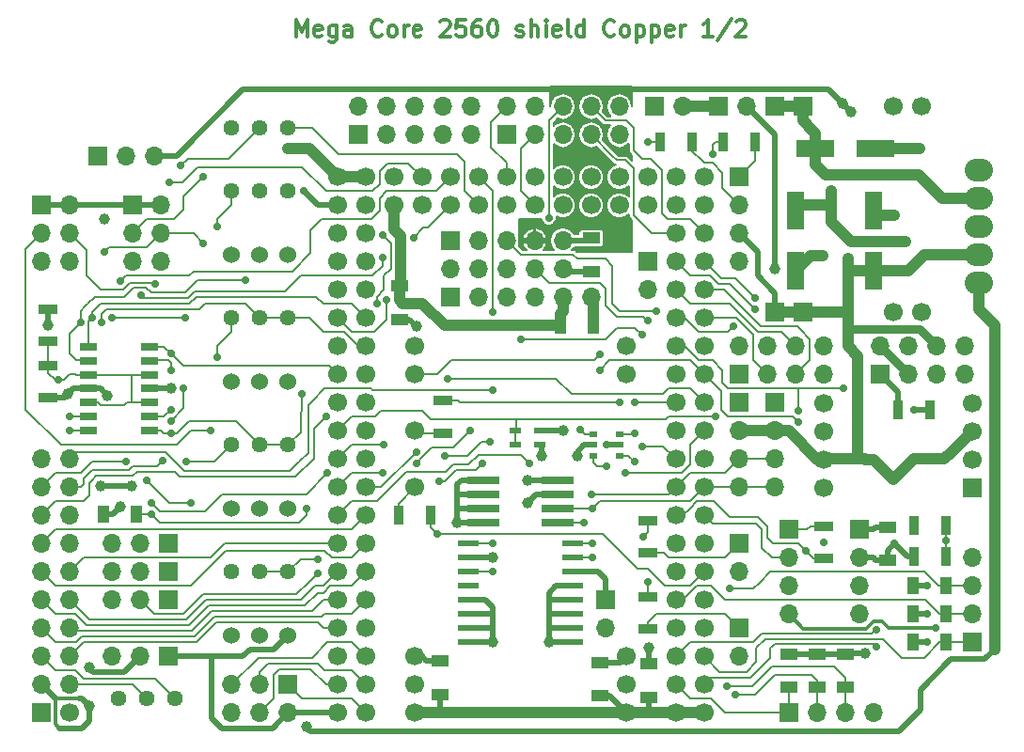
<source format=gbr>
G04 #@! TF.FileFunction,Copper,L1,Top,Signal*
%FSLAX46Y46*%
G04 Gerber Fmt 4.6, Leading zero omitted, Abs format (unit mm)*
G04 Created by KiCad (PCBNEW 4.0.7) date 11/05/17 09:28:57*
%MOMM*%
%LPD*%
G01*
G04 APERTURE LIST*
%ADD10C,0.100000*%
%ADD11C,0.300000*%
%ADD12O,2.540000X2.032000*%
%ADD13R,1.700000X0.900000*%
%ADD14R,0.900000X1.700000*%
%ADD15R,1.700000X1.700000*%
%ADD16O,1.700000X1.700000*%
%ADD17C,1.700000*%
%ADD18R,0.800000X0.550000*%
%ADD19R,3.000000X0.650000*%
%ADD20R,1.600000X1.000000*%
%ADD21R,1.597660X0.698500*%
%ADD22R,1.000000X1.600000*%
%ADD23C,1.440000*%
%ADD24C,1.524000*%
%ADD25R,3.500000X1.600000*%
%ADD26R,1.600000X3.500000*%
%ADD27R,1.980000X0.530000*%
%ADD28R,1.100000X0.600000*%
%ADD29C,0.700000*%
%ADD30C,1.000000*%
%ADD31C,0.500000*%
%ADD32C,1.000000*%
%ADD33C,0.750000*%
%ADD34C,0.210000*%
%ADD35C,0.310000*%
G04 APERTURE END LIST*
D10*
D11*
X165683236Y-58113051D02*
X165683236Y-56613051D01*
X166183236Y-57684480D01*
X166683236Y-56613051D01*
X166683236Y-58113051D01*
X167968950Y-58041623D02*
X167826093Y-58113051D01*
X167540379Y-58113051D01*
X167397522Y-58041623D01*
X167326093Y-57898766D01*
X167326093Y-57327337D01*
X167397522Y-57184480D01*
X167540379Y-57113051D01*
X167826093Y-57113051D01*
X167968950Y-57184480D01*
X168040379Y-57327337D01*
X168040379Y-57470194D01*
X167326093Y-57613051D01*
X169326093Y-57113051D02*
X169326093Y-58327337D01*
X169254664Y-58470194D01*
X169183236Y-58541623D01*
X169040379Y-58613051D01*
X168826093Y-58613051D01*
X168683236Y-58541623D01*
X169326093Y-58041623D02*
X169183236Y-58113051D01*
X168897522Y-58113051D01*
X168754664Y-58041623D01*
X168683236Y-57970194D01*
X168611807Y-57827337D01*
X168611807Y-57398766D01*
X168683236Y-57255909D01*
X168754664Y-57184480D01*
X168897522Y-57113051D01*
X169183236Y-57113051D01*
X169326093Y-57184480D01*
X170683236Y-58113051D02*
X170683236Y-57327337D01*
X170611807Y-57184480D01*
X170468950Y-57113051D01*
X170183236Y-57113051D01*
X170040379Y-57184480D01*
X170683236Y-58041623D02*
X170540379Y-58113051D01*
X170183236Y-58113051D01*
X170040379Y-58041623D01*
X169968950Y-57898766D01*
X169968950Y-57755909D01*
X170040379Y-57613051D01*
X170183236Y-57541623D01*
X170540379Y-57541623D01*
X170683236Y-57470194D01*
X173397522Y-57970194D02*
X173326093Y-58041623D01*
X173111807Y-58113051D01*
X172968950Y-58113051D01*
X172754665Y-58041623D01*
X172611807Y-57898766D01*
X172540379Y-57755909D01*
X172468950Y-57470194D01*
X172468950Y-57255909D01*
X172540379Y-56970194D01*
X172611807Y-56827337D01*
X172754665Y-56684480D01*
X172968950Y-56613051D01*
X173111807Y-56613051D01*
X173326093Y-56684480D01*
X173397522Y-56755909D01*
X174254665Y-58113051D02*
X174111807Y-58041623D01*
X174040379Y-57970194D01*
X173968950Y-57827337D01*
X173968950Y-57398766D01*
X174040379Y-57255909D01*
X174111807Y-57184480D01*
X174254665Y-57113051D01*
X174468950Y-57113051D01*
X174611807Y-57184480D01*
X174683236Y-57255909D01*
X174754665Y-57398766D01*
X174754665Y-57827337D01*
X174683236Y-57970194D01*
X174611807Y-58041623D01*
X174468950Y-58113051D01*
X174254665Y-58113051D01*
X175397522Y-58113051D02*
X175397522Y-57113051D01*
X175397522Y-57398766D02*
X175468950Y-57255909D01*
X175540379Y-57184480D01*
X175683236Y-57113051D01*
X175826093Y-57113051D01*
X176897521Y-58041623D02*
X176754664Y-58113051D01*
X176468950Y-58113051D01*
X176326093Y-58041623D01*
X176254664Y-57898766D01*
X176254664Y-57327337D01*
X176326093Y-57184480D01*
X176468950Y-57113051D01*
X176754664Y-57113051D01*
X176897521Y-57184480D01*
X176968950Y-57327337D01*
X176968950Y-57470194D01*
X176254664Y-57613051D01*
X178683235Y-56755909D02*
X178754664Y-56684480D01*
X178897521Y-56613051D01*
X179254664Y-56613051D01*
X179397521Y-56684480D01*
X179468950Y-56755909D01*
X179540378Y-56898766D01*
X179540378Y-57041623D01*
X179468950Y-57255909D01*
X178611807Y-58113051D01*
X179540378Y-58113051D01*
X180897521Y-56613051D02*
X180183235Y-56613051D01*
X180111806Y-57327337D01*
X180183235Y-57255909D01*
X180326092Y-57184480D01*
X180683235Y-57184480D01*
X180826092Y-57255909D01*
X180897521Y-57327337D01*
X180968949Y-57470194D01*
X180968949Y-57827337D01*
X180897521Y-57970194D01*
X180826092Y-58041623D01*
X180683235Y-58113051D01*
X180326092Y-58113051D01*
X180183235Y-58041623D01*
X180111806Y-57970194D01*
X182254663Y-56613051D02*
X181968949Y-56613051D01*
X181826092Y-56684480D01*
X181754663Y-56755909D01*
X181611806Y-56970194D01*
X181540377Y-57255909D01*
X181540377Y-57827337D01*
X181611806Y-57970194D01*
X181683234Y-58041623D01*
X181826092Y-58113051D01*
X182111806Y-58113051D01*
X182254663Y-58041623D01*
X182326092Y-57970194D01*
X182397520Y-57827337D01*
X182397520Y-57470194D01*
X182326092Y-57327337D01*
X182254663Y-57255909D01*
X182111806Y-57184480D01*
X181826092Y-57184480D01*
X181683234Y-57255909D01*
X181611806Y-57327337D01*
X181540377Y-57470194D01*
X183326091Y-56613051D02*
X183468948Y-56613051D01*
X183611805Y-56684480D01*
X183683234Y-56755909D01*
X183754663Y-56898766D01*
X183826091Y-57184480D01*
X183826091Y-57541623D01*
X183754663Y-57827337D01*
X183683234Y-57970194D01*
X183611805Y-58041623D01*
X183468948Y-58113051D01*
X183326091Y-58113051D01*
X183183234Y-58041623D01*
X183111805Y-57970194D01*
X183040377Y-57827337D01*
X182968948Y-57541623D01*
X182968948Y-57184480D01*
X183040377Y-56898766D01*
X183111805Y-56755909D01*
X183183234Y-56684480D01*
X183326091Y-56613051D01*
X185540376Y-58041623D02*
X185683233Y-58113051D01*
X185968948Y-58113051D01*
X186111805Y-58041623D01*
X186183233Y-57898766D01*
X186183233Y-57827337D01*
X186111805Y-57684480D01*
X185968948Y-57613051D01*
X185754662Y-57613051D01*
X185611805Y-57541623D01*
X185540376Y-57398766D01*
X185540376Y-57327337D01*
X185611805Y-57184480D01*
X185754662Y-57113051D01*
X185968948Y-57113051D01*
X186111805Y-57184480D01*
X186826091Y-58113051D02*
X186826091Y-56613051D01*
X187468948Y-58113051D02*
X187468948Y-57327337D01*
X187397519Y-57184480D01*
X187254662Y-57113051D01*
X187040377Y-57113051D01*
X186897519Y-57184480D01*
X186826091Y-57255909D01*
X188183234Y-58113051D02*
X188183234Y-57113051D01*
X188183234Y-56613051D02*
X188111805Y-56684480D01*
X188183234Y-56755909D01*
X188254662Y-56684480D01*
X188183234Y-56613051D01*
X188183234Y-56755909D01*
X189468948Y-58041623D02*
X189326091Y-58113051D01*
X189040377Y-58113051D01*
X188897520Y-58041623D01*
X188826091Y-57898766D01*
X188826091Y-57327337D01*
X188897520Y-57184480D01*
X189040377Y-57113051D01*
X189326091Y-57113051D01*
X189468948Y-57184480D01*
X189540377Y-57327337D01*
X189540377Y-57470194D01*
X188826091Y-57613051D01*
X190397520Y-58113051D02*
X190254662Y-58041623D01*
X190183234Y-57898766D01*
X190183234Y-56613051D01*
X191611805Y-58113051D02*
X191611805Y-56613051D01*
X191611805Y-58041623D02*
X191468948Y-58113051D01*
X191183234Y-58113051D01*
X191040376Y-58041623D01*
X190968948Y-57970194D01*
X190897519Y-57827337D01*
X190897519Y-57398766D01*
X190968948Y-57255909D01*
X191040376Y-57184480D01*
X191183234Y-57113051D01*
X191468948Y-57113051D01*
X191611805Y-57184480D01*
X194326091Y-57970194D02*
X194254662Y-58041623D01*
X194040376Y-58113051D01*
X193897519Y-58113051D01*
X193683234Y-58041623D01*
X193540376Y-57898766D01*
X193468948Y-57755909D01*
X193397519Y-57470194D01*
X193397519Y-57255909D01*
X193468948Y-56970194D01*
X193540376Y-56827337D01*
X193683234Y-56684480D01*
X193897519Y-56613051D01*
X194040376Y-56613051D01*
X194254662Y-56684480D01*
X194326091Y-56755909D01*
X195183234Y-58113051D02*
X195040376Y-58041623D01*
X194968948Y-57970194D01*
X194897519Y-57827337D01*
X194897519Y-57398766D01*
X194968948Y-57255909D01*
X195040376Y-57184480D01*
X195183234Y-57113051D01*
X195397519Y-57113051D01*
X195540376Y-57184480D01*
X195611805Y-57255909D01*
X195683234Y-57398766D01*
X195683234Y-57827337D01*
X195611805Y-57970194D01*
X195540376Y-58041623D01*
X195397519Y-58113051D01*
X195183234Y-58113051D01*
X196326091Y-57113051D02*
X196326091Y-58613051D01*
X196326091Y-57184480D02*
X196468948Y-57113051D01*
X196754662Y-57113051D01*
X196897519Y-57184480D01*
X196968948Y-57255909D01*
X197040377Y-57398766D01*
X197040377Y-57827337D01*
X196968948Y-57970194D01*
X196897519Y-58041623D01*
X196754662Y-58113051D01*
X196468948Y-58113051D01*
X196326091Y-58041623D01*
X197683234Y-57113051D02*
X197683234Y-58613051D01*
X197683234Y-57184480D02*
X197826091Y-57113051D01*
X198111805Y-57113051D01*
X198254662Y-57184480D01*
X198326091Y-57255909D01*
X198397520Y-57398766D01*
X198397520Y-57827337D01*
X198326091Y-57970194D01*
X198254662Y-58041623D01*
X198111805Y-58113051D01*
X197826091Y-58113051D01*
X197683234Y-58041623D01*
X199611805Y-58041623D02*
X199468948Y-58113051D01*
X199183234Y-58113051D01*
X199040377Y-58041623D01*
X198968948Y-57898766D01*
X198968948Y-57327337D01*
X199040377Y-57184480D01*
X199183234Y-57113051D01*
X199468948Y-57113051D01*
X199611805Y-57184480D01*
X199683234Y-57327337D01*
X199683234Y-57470194D01*
X198968948Y-57613051D01*
X200326091Y-58113051D02*
X200326091Y-57113051D01*
X200326091Y-57398766D02*
X200397519Y-57255909D01*
X200468948Y-57184480D01*
X200611805Y-57113051D01*
X200754662Y-57113051D01*
X203183233Y-58113051D02*
X202326090Y-58113051D01*
X202754662Y-58113051D02*
X202754662Y-56613051D01*
X202611805Y-56827337D01*
X202468947Y-56970194D01*
X202326090Y-57041623D01*
X204897518Y-56541623D02*
X203611804Y-58470194D01*
X205326090Y-56755909D02*
X205397519Y-56684480D01*
X205540376Y-56613051D01*
X205897519Y-56613051D01*
X206040376Y-56684480D01*
X206111805Y-56755909D01*
X206183233Y-56898766D01*
X206183233Y-57041623D01*
X206111805Y-57255909D01*
X205254662Y-58113051D01*
X206183233Y-58113051D01*
D12*
X227172520Y-70134480D03*
X227172520Y-72674480D03*
X227172520Y-75214480D03*
X227172520Y-77754480D03*
X227172520Y-80294480D03*
D13*
X213202520Y-105112480D03*
X213202520Y-102212480D03*
D14*
X221277520Y-102138480D03*
X224177520Y-102138480D03*
X221277520Y-104932480D03*
X224177520Y-104932480D03*
D15*
X142717520Y-119029480D03*
D16*
X145257520Y-116489480D03*
X142717520Y-116489480D03*
X145257520Y-113949480D03*
X142717520Y-113949480D03*
X145257520Y-111409480D03*
X142717520Y-111409480D03*
X145257520Y-108869480D03*
X142717520Y-108869480D03*
X145257520Y-106329480D03*
X142717520Y-106329480D03*
X145257520Y-103789480D03*
X142717520Y-103789480D03*
X145257520Y-101249480D03*
X142717520Y-101249480D03*
X145257520Y-98709480D03*
X142717520Y-98709480D03*
X145257520Y-96169480D03*
X142717520Y-96169480D03*
D17*
X145257520Y-119029480D03*
X187167520Y-73309480D03*
X189707520Y-73309480D03*
X192247520Y-73309480D03*
X194787520Y-73309480D03*
X197327520Y-73309480D03*
X184627520Y-73309480D03*
X182087520Y-73309480D03*
X179547520Y-73309480D03*
X177007520Y-73309480D03*
X174467520Y-73309480D03*
X197327520Y-70769480D03*
X194787520Y-70769480D03*
X192247520Y-70769480D03*
X189707520Y-70769480D03*
X187167520Y-70769480D03*
X184627520Y-70769480D03*
X182087520Y-70769480D03*
X179547520Y-70769480D03*
X177007520Y-70769480D03*
X174467520Y-70769480D03*
X199867520Y-70769480D03*
X199867520Y-73309480D03*
X199867520Y-75849480D03*
X199867520Y-78389480D03*
X199867520Y-80929480D03*
X199867520Y-83469480D03*
X199867520Y-86009480D03*
X199867520Y-88549480D03*
X199867520Y-91089480D03*
X199867520Y-93629480D03*
X199867520Y-96169480D03*
X199867520Y-98709480D03*
X199867520Y-101249480D03*
X199867520Y-103789480D03*
X199867520Y-106329480D03*
X199867520Y-108869480D03*
X199867520Y-111409480D03*
X199867520Y-113949480D03*
X199867520Y-116489480D03*
X199867520Y-119029480D03*
X202407520Y-70769480D03*
X202407520Y-73309480D03*
X202407520Y-75849480D03*
X202407520Y-78389480D03*
X202407520Y-80929480D03*
X202407520Y-83469480D03*
X202407520Y-86009480D03*
X202407520Y-88549480D03*
X202407520Y-91089480D03*
X202407520Y-93629480D03*
X202407520Y-96169480D03*
X202407520Y-98709480D03*
X202407520Y-101249480D03*
X202407520Y-103789480D03*
X202407520Y-106329480D03*
X202407520Y-108869480D03*
X202407520Y-111409480D03*
X202407520Y-113949480D03*
X202407520Y-116489480D03*
X202407520Y-119029480D03*
X171927520Y-70769480D03*
X171927520Y-73309480D03*
X171927520Y-75849480D03*
X171927520Y-78389480D03*
X171927520Y-80929480D03*
X171927520Y-83469480D03*
X171927520Y-86009480D03*
X171927520Y-88549480D03*
X171927520Y-91089480D03*
X171927520Y-93629480D03*
X171927520Y-96169480D03*
X171927520Y-98709480D03*
X171927520Y-101249480D03*
X171927520Y-103789480D03*
X171927520Y-106329480D03*
X171927520Y-108869480D03*
X171927520Y-111409480D03*
X171927520Y-113949480D03*
X171927520Y-116489480D03*
X171927520Y-119029480D03*
X169387520Y-119029480D03*
X169387520Y-116489480D03*
X169387520Y-113949480D03*
X169387520Y-111409480D03*
X169387520Y-108869480D03*
X169387520Y-106329480D03*
X169387520Y-103789480D03*
X169387520Y-101249480D03*
X169387520Y-98709480D03*
X169387520Y-96169480D03*
X169387520Y-93629480D03*
X169387520Y-91089480D03*
X169387520Y-88549480D03*
X169387520Y-86009480D03*
X169387520Y-83469480D03*
X169387520Y-80929480D03*
X169387520Y-78389480D03*
X169387520Y-75849480D03*
X169387520Y-73309480D03*
X169387520Y-70769480D03*
D15*
X154147520Y-103789480D03*
D16*
X151607520Y-103789480D03*
X149067520Y-103789480D03*
D17*
X195422520Y-86009480D03*
X195422520Y-88549480D03*
X176372520Y-86009480D03*
X176372520Y-88549480D03*
X176372520Y-93629480D03*
X176372520Y-98709480D03*
X176372520Y-113949480D03*
X176372520Y-116489480D03*
X176372520Y-119029480D03*
X195422520Y-119029480D03*
X195422520Y-116489480D03*
X195422520Y-113949480D03*
D18*
X192444520Y-93949480D03*
X192444520Y-94899480D03*
X192444520Y-95849480D03*
X194844520Y-95849480D03*
X194844520Y-94899480D03*
X194844520Y-93949480D03*
D15*
X203677520Y-64419480D03*
D16*
X206217520Y-64419480D03*
D13*
X197327520Y-104604480D03*
X197327520Y-101704480D03*
D19*
X189247520Y-98074480D03*
X189247520Y-99344480D03*
X189247520Y-100614480D03*
X189247520Y-101884480D03*
X182547520Y-101884480D03*
X182547520Y-100614480D03*
X182547520Y-99344480D03*
X182547520Y-98074480D03*
D15*
X193517520Y-108869480D03*
D16*
X193517520Y-111409480D03*
D20*
X193009520Y-117481480D03*
X193009520Y-114481480D03*
X178658520Y-117354480D03*
X178658520Y-114354480D03*
X174975520Y-83572480D03*
X174975520Y-80572480D03*
X197454520Y-114608480D03*
X197454520Y-117608480D03*
D15*
X154147520Y-108869480D03*
D16*
X151607520Y-108869480D03*
X149067520Y-108869480D03*
D15*
X154147520Y-106329480D03*
D16*
X151607520Y-106329480D03*
X149067520Y-106329480D03*
D15*
X150972520Y-73309480D03*
D16*
X153512520Y-73309480D03*
X150972520Y-75849480D03*
X153512520Y-75849480D03*
X150972520Y-78389480D03*
X153512520Y-78389480D03*
D15*
X142717520Y-73309480D03*
D16*
X145257520Y-73309480D03*
X142717520Y-75849480D03*
X145257520Y-75849480D03*
X142717520Y-78389480D03*
X145257520Y-78389480D03*
D21*
X146954240Y-86012020D03*
X146954240Y-87282020D03*
X146954240Y-88552020D03*
X146954240Y-89819480D03*
X146954240Y-91086940D03*
X146954240Y-92356940D03*
X146954240Y-93626940D03*
X152450800Y-93626940D03*
X152450800Y-92356940D03*
X152450800Y-91086940D03*
X152450800Y-89819480D03*
X152450800Y-88552020D03*
X152450800Y-87282020D03*
X152450800Y-86012020D03*
D15*
X197962520Y-64419480D03*
D16*
X200502520Y-64419480D03*
D15*
X226537520Y-112679480D03*
D16*
X226537520Y-110139480D03*
X226537520Y-107599480D03*
X226537520Y-105059480D03*
D15*
X205582520Y-88549480D03*
D16*
X205582520Y-86009480D03*
X208122520Y-88549480D03*
X208122520Y-86009480D03*
X210662520Y-88549480D03*
X210662520Y-86009480D03*
X213202520Y-88549480D03*
X213202520Y-86009480D03*
D15*
X208757520Y-64419480D03*
X208767520Y-82961480D03*
X211297520Y-64419480D03*
X211297520Y-82961480D03*
D17*
X219425520Y-64419480D03*
X219425520Y-82961480D03*
X221965520Y-64419480D03*
X221965520Y-82961480D03*
D15*
X210027520Y-102519480D03*
D16*
X210027520Y-105059480D03*
X210027520Y-107599480D03*
X210027520Y-110139480D03*
D22*
X151329520Y-101122480D03*
X148329520Y-101122480D03*
D23*
X159862520Y-66324480D03*
X162402520Y-66324480D03*
X164942520Y-66324480D03*
X149702520Y-117759480D03*
X152242520Y-117759480D03*
X154782520Y-117759480D03*
D15*
X197327520Y-78389480D03*
D16*
X197327520Y-80929480D03*
D23*
X159862520Y-106329480D03*
X162402520Y-106329480D03*
X164942520Y-106329480D03*
X159862520Y-72039480D03*
X162402520Y-72039480D03*
X164942520Y-72039480D03*
D24*
X162402520Y-100614480D03*
X164942520Y-100614480D03*
X159862520Y-100614480D03*
D15*
X208757520Y-91089480D03*
D16*
X208757520Y-93629480D03*
X208757520Y-96169480D03*
X208757520Y-98709480D03*
D15*
X205582520Y-91089480D03*
D16*
X205582520Y-93629480D03*
X205582520Y-96169480D03*
X205582520Y-98709480D03*
D15*
X171292520Y-66959480D03*
D16*
X171292520Y-64419480D03*
X173832520Y-66959480D03*
X173832520Y-64419480D03*
X176372520Y-66959480D03*
X176372520Y-64419480D03*
X178912520Y-66959480D03*
X178912520Y-64419480D03*
X181452520Y-66959480D03*
X181452520Y-64419480D03*
D15*
X184627520Y-66959480D03*
D16*
X184627520Y-64419480D03*
X187167520Y-66959480D03*
X187167520Y-64419480D03*
X189707520Y-66959480D03*
X189707520Y-64419480D03*
X192247520Y-66959480D03*
X192247520Y-64419480D03*
X194787520Y-66959480D03*
X194787520Y-64419480D03*
D24*
X162402520Y-112044480D03*
X164942520Y-112044480D03*
X159862520Y-112044480D03*
D20*
X215107520Y-116719480D03*
X215107520Y-113719480D03*
D22*
X224227520Y-107599480D03*
X221227520Y-107599480D03*
X224227520Y-110139480D03*
X221227520Y-110139480D03*
X224227520Y-112679480D03*
X221227520Y-112679480D03*
D20*
X212567520Y-116719480D03*
X212567520Y-113719480D03*
X210027520Y-116719480D03*
X210027520Y-113719480D03*
D22*
X192477520Y-84104480D03*
X189477520Y-84104480D03*
D20*
X218917520Y-102289480D03*
X218917520Y-105289480D03*
D14*
X207032520Y-67594480D03*
X204132520Y-67594480D03*
X201317520Y-67594480D03*
X198417520Y-67594480D03*
X177822520Y-101249480D03*
X174922520Y-101249480D03*
D13*
X178912520Y-90909480D03*
X178912520Y-93809480D03*
X143352520Y-90634480D03*
X143352520Y-87734480D03*
X143352520Y-85554480D03*
X143352520Y-82654480D03*
D24*
X162402520Y-77754480D03*
X164942520Y-77754480D03*
X159862520Y-77754480D03*
X162402520Y-89184480D03*
X164942520Y-89184480D03*
X159862520Y-89184480D03*
D15*
X147797520Y-68864480D03*
D16*
X150337520Y-68864480D03*
X152877520Y-68864480D03*
D14*
X219880520Y-91724480D03*
X222780520Y-91724480D03*
D15*
X205582520Y-103789480D03*
D16*
X205582520Y-106329480D03*
D15*
X216377520Y-102519480D03*
D16*
X216377520Y-105059480D03*
X216377520Y-107599480D03*
X216377520Y-110139480D03*
D15*
X205582520Y-111409480D03*
D16*
X205582520Y-113949480D03*
D15*
X179547520Y-81564480D03*
D16*
X182087520Y-81564480D03*
X184627520Y-81564480D03*
X187167520Y-81564480D03*
X189707520Y-81564480D03*
X192247520Y-81564480D03*
D15*
X164942520Y-116489480D03*
D16*
X164942520Y-119029480D03*
X162402520Y-116489480D03*
X162402520Y-119029480D03*
X159862520Y-116489480D03*
X159862520Y-119029480D03*
D15*
X205582520Y-70769480D03*
D16*
X205582520Y-73309480D03*
X205582520Y-75849480D03*
X205582520Y-78389480D03*
D15*
X154147520Y-113949480D03*
D16*
X151607520Y-113949480D03*
X149067520Y-113949480D03*
D15*
X210027520Y-119029480D03*
D16*
X212567520Y-119029480D03*
X215107520Y-119029480D03*
X217647520Y-119029480D03*
D13*
X197327520Y-111462480D03*
X197327520Y-108562480D03*
D15*
X218282520Y-88549480D03*
D16*
X218282520Y-86009480D03*
X220822520Y-88549480D03*
X220822520Y-86009480D03*
X223362520Y-88549480D03*
X223362520Y-86009480D03*
X225902520Y-88549480D03*
X225902520Y-86009480D03*
D25*
X212407520Y-68229480D03*
X217807520Y-68229480D03*
D23*
X159862520Y-83469480D03*
X162402520Y-83469480D03*
X164942520Y-83469480D03*
X159862520Y-94899480D03*
X162402520Y-94899480D03*
X164942520Y-94899480D03*
D20*
X192247520Y-79254480D03*
X192247520Y-76254480D03*
D26*
X217647520Y-79184480D03*
X217647520Y-73784480D03*
X210662520Y-73784480D03*
X210662520Y-79184480D03*
D17*
X226537520Y-91152980D03*
X226537520Y-93692980D03*
X226537520Y-96232980D03*
D15*
X226537520Y-98772980D03*
D17*
X213202520Y-91102180D03*
X213202520Y-93642180D03*
X213202520Y-96182180D03*
X213202520Y-98722180D03*
X213202520Y-98722180D03*
X213202520Y-96182180D03*
X213202520Y-93642180D03*
X213202520Y-91102180D03*
D27*
X181212520Y-103789480D03*
X181212520Y-105059480D03*
X181212520Y-106329480D03*
X181212520Y-107599480D03*
X181212520Y-108869480D03*
X181212520Y-110139480D03*
X181212520Y-111409480D03*
X181212520Y-112679480D03*
X190582520Y-112679480D03*
X190582520Y-111409480D03*
X190582520Y-110139480D03*
X190582520Y-108869480D03*
X190582520Y-107599480D03*
X190582520Y-106329480D03*
X190582520Y-105059480D03*
X190582520Y-103789480D03*
D28*
X185432520Y-94899480D03*
X187632520Y-94899480D03*
X187632520Y-93629480D03*
X185432520Y-93629480D03*
D15*
X179547520Y-76484480D03*
D16*
X179547520Y-79024480D03*
X182087520Y-76484480D03*
X182087520Y-79024480D03*
X184627520Y-76484480D03*
X184627520Y-79024480D03*
X187167520Y-76484480D03*
X187167520Y-79024480D03*
X189707520Y-76484480D03*
X189707520Y-79024480D03*
D29*
X213202520Y-103662480D03*
D30*
X154401520Y-89819480D03*
D29*
X222473520Y-107599480D03*
X222473520Y-112679480D03*
X222473520Y-110139480D03*
D30*
X164942520Y-68229480D03*
X213075520Y-77881480D03*
X190977520Y-95915480D03*
X187802520Y-95915480D03*
X221838520Y-68229480D03*
X176499520Y-84231480D03*
X219552520Y-74198480D03*
X216885520Y-113695480D03*
X188437520Y-112679480D03*
X183357520Y-112679480D03*
X186532520Y-100106480D03*
X180182520Y-101884480D03*
X197454520Y-113187480D03*
X149829520Y-100487480D03*
X148432520Y-74579480D03*
X143352520Y-84104480D03*
D29*
X219552520Y-103789480D03*
X193644520Y-94899480D03*
D30*
X148051520Y-98582480D03*
X150845520Y-98582480D03*
X148686520Y-90454480D03*
X189707520Y-93629480D03*
X189707520Y-119029480D03*
X215361520Y-79278480D03*
X224251520Y-77754480D03*
X215361520Y-78135480D03*
X191104520Y-119029480D03*
X220314520Y-97185480D03*
X219489020Y-98010980D03*
X183357520Y-105059480D03*
X186532520Y-98074480D03*
X145130520Y-90327480D03*
D29*
X153639520Y-96296480D03*
X155544520Y-89819480D03*
X154401520Y-92740480D03*
X155290520Y-69753480D03*
D30*
X208757520Y-79024480D03*
D29*
X221330520Y-91724480D03*
X196946520Y-103154480D03*
X196184520Y-96423480D03*
X144241520Y-89057480D03*
X146273520Y-83850480D03*
X161132520Y-80040480D03*
X149067520Y-83469480D03*
X155671520Y-83469480D03*
X145257520Y-92359480D03*
X154401520Y-91724480D03*
X154401520Y-88144480D03*
X158592520Y-75214480D03*
X158592520Y-87025480D03*
X155798520Y-96423480D03*
X183357520Y-106329480D03*
X183357520Y-103789480D03*
X223235520Y-111409480D03*
X157957520Y-93629480D03*
X166339520Y-72039480D03*
X156179520Y-100106480D03*
X152242520Y-98074480D03*
X153004520Y-80421480D03*
X157322520Y-70769480D03*
X157322520Y-76738480D03*
X148432520Y-77500480D03*
X150337520Y-96423480D03*
X151734520Y-81437480D03*
X173451520Y-78008480D03*
X176245520Y-76230480D03*
X168371520Y-92359480D03*
X173451520Y-75976480D03*
X172943520Y-82199480D03*
X183357520Y-82961480D03*
X183357520Y-89946480D03*
X149829520Y-80167480D03*
X154274520Y-71277480D03*
X179293520Y-88930480D03*
X176499520Y-96550480D03*
X181325520Y-93629480D03*
X182468520Y-96550480D03*
X178531520Y-98201480D03*
X179039520Y-95915480D03*
X183103520Y-94645480D03*
X167609520Y-106456480D03*
X168498520Y-97439480D03*
X152623520Y-100106480D03*
X166593520Y-100614480D03*
X152623520Y-101122480D03*
X205201520Y-117378480D03*
X204439520Y-116616480D03*
X204693520Y-107853480D03*
X147289520Y-83469480D03*
X145260060Y-93626940D03*
X148178520Y-83850480D03*
X154401520Y-93883480D03*
X166212520Y-90327480D03*
X167609520Y-105186480D03*
X154401520Y-86644480D03*
X206979520Y-82707480D03*
X205074520Y-84231480D03*
X188437520Y-74452480D03*
X186659520Y-96550480D03*
X173832520Y-81818480D03*
X191231520Y-93502480D03*
X214980520Y-89819480D03*
X210916520Y-91851480D03*
X196184520Y-93883480D03*
X196184520Y-91089480D03*
X196819520Y-95026480D03*
X196819520Y-84993480D03*
X185897520Y-85374480D03*
X192247520Y-99344480D03*
X191612520Y-101884480D03*
X192374520Y-105059480D03*
X197327520Y-83723480D03*
X194787520Y-91089480D03*
X217901520Y-111536480D03*
X206979520Y-81691480D03*
X210916520Y-92867480D03*
X193644520Y-96804480D03*
X193009520Y-88168480D03*
X195295520Y-97439480D03*
X197327520Y-107218480D03*
X192374520Y-103789480D03*
X192374520Y-100614480D03*
X198089520Y-82834480D03*
X178404520Y-102900480D03*
X217901520Y-113060480D03*
X176499520Y-95534480D03*
X173451520Y-97439480D03*
X173578520Y-94899480D03*
X203423520Y-92359480D03*
D30*
X147035520Y-114965480D03*
X147035520Y-118394480D03*
X166593520Y-120299480D03*
X215615520Y-64927480D03*
X214853520Y-64165480D03*
X213837520Y-73309480D03*
X219425520Y-76611480D03*
X220568520Y-76611480D03*
X213837520Y-72039480D03*
D29*
X203169520Y-68737480D03*
X193009520Y-86771480D03*
X197327520Y-67594480D03*
X211551520Y-104424480D03*
X224177520Y-103535480D03*
D31*
X152450800Y-89819480D02*
X154147520Y-89819480D01*
X154147520Y-89819480D02*
X154401520Y-89819480D01*
X221227520Y-107599480D02*
X222473520Y-107599480D01*
X221227520Y-112679480D02*
X222473520Y-112679480D01*
X221227520Y-110139480D02*
X222346520Y-110139480D01*
X222346520Y-110139480D02*
X222473520Y-110139480D01*
X192247520Y-76254480D02*
X192017520Y-76484480D01*
X192017520Y-76484480D02*
X189707520Y-76484480D01*
X218917520Y-102289480D02*
X217877520Y-102289480D01*
X217647520Y-102519480D02*
X216377520Y-102519480D01*
X217877520Y-102289480D02*
X217647520Y-102519480D01*
D32*
X169387520Y-70769480D02*
X166847520Y-68229480D01*
X166847520Y-68229480D02*
X164942520Y-68229480D01*
D31*
X171927520Y-70769480D02*
X171927520Y-70515480D01*
D32*
X169387520Y-70769480D02*
X171927520Y-70769480D01*
X210662520Y-79184480D02*
X211965520Y-77881480D01*
X211965520Y-77881480D02*
X213075520Y-77881480D01*
D31*
X193009520Y-114481480D02*
X194890520Y-114481480D01*
X194890520Y-114481480D02*
X195422520Y-113949480D01*
X176372520Y-113949480D02*
X177007520Y-113949480D01*
X177007520Y-113949480D02*
X177412520Y-114354480D01*
X178658520Y-114354480D02*
X177412520Y-114354480D01*
X192444520Y-94899480D02*
X191612520Y-94899480D01*
X190977520Y-95534480D02*
X190977520Y-95915480D01*
X191612520Y-94899480D02*
X190977520Y-95534480D01*
X187632520Y-94899480D02*
X187802520Y-95069480D01*
X187802520Y-95069480D02*
X187802520Y-95915480D01*
D32*
X217807520Y-68229480D02*
X221838520Y-68229480D01*
D31*
X174975520Y-83572480D02*
X175840520Y-83572480D01*
X175840520Y-83572480D02*
X176499520Y-84231480D01*
D32*
X217647520Y-73784480D02*
X218061520Y-74198480D01*
X218061520Y-74198480D02*
X219552520Y-74198480D01*
D31*
X215107520Y-113719480D02*
X215131520Y-113695480D01*
X215131520Y-113695480D02*
X216885520Y-113695480D01*
X190582520Y-108869480D02*
X188437520Y-108869480D01*
X190582520Y-110139480D02*
X188437520Y-110139480D01*
X190582520Y-111409480D02*
X188437520Y-111409480D01*
X190582520Y-107599480D02*
X189072520Y-107599480D01*
X188437520Y-112679480D02*
X190582520Y-112679480D01*
X188437520Y-108234480D02*
X188437520Y-108869480D01*
X188437520Y-108869480D02*
X188437520Y-110139480D01*
X188437520Y-110139480D02*
X188437520Y-111409480D01*
X188437520Y-111409480D02*
X188437520Y-112679480D01*
X189072520Y-107599480D02*
X188437520Y-108234480D01*
X181212520Y-111409480D02*
X183357520Y-111409480D01*
X181212520Y-110139480D02*
X183357520Y-110139480D01*
X181212520Y-108869480D02*
X182722520Y-108869480D01*
X183357520Y-112679480D02*
X181212520Y-112679480D01*
X183357520Y-109504480D02*
X183357520Y-110139480D01*
X183357520Y-110139480D02*
X183357520Y-111409480D01*
X183357520Y-111409480D02*
X183357520Y-112679480D01*
X182722520Y-108869480D02*
X183357520Y-109504480D01*
X187294520Y-99344480D02*
X189247520Y-99344480D01*
X186532520Y-100106480D02*
X187294520Y-99344480D01*
X182547520Y-100614480D02*
X180182520Y-100614480D01*
X180182520Y-100614480D02*
X180309520Y-100614480D01*
X180309520Y-100614480D02*
X180182520Y-100614480D01*
X182547520Y-99344480D02*
X180182520Y-99344480D01*
X180182520Y-99344480D02*
X180182520Y-99471480D01*
X182547520Y-98074480D02*
X180563520Y-98074480D01*
X180182520Y-101884480D02*
X182222520Y-101884480D01*
X180182520Y-98455480D02*
X180182520Y-99471480D01*
X180182520Y-99471480D02*
X180182520Y-100614480D01*
X180182520Y-100614480D02*
X180182520Y-101884480D01*
X180563520Y-98074480D02*
X180182520Y-98455480D01*
X197454520Y-114608480D02*
X197454520Y-113187480D01*
X148329520Y-101122480D02*
X149194520Y-101122480D01*
X149194520Y-101122480D02*
X149829520Y-100487480D01*
X143352520Y-82654480D02*
X143352520Y-84104480D01*
X212567520Y-113719480D02*
X215107520Y-113719480D01*
X210027520Y-113719480D02*
X212567520Y-113719480D01*
D32*
X192477520Y-84104480D02*
X192477520Y-81794480D01*
X192477520Y-81794480D02*
X192247520Y-81564480D01*
D31*
X221277520Y-104932480D02*
X220695520Y-104932480D01*
X220695520Y-104932480D02*
X219552520Y-103789480D01*
X218917520Y-105289480D02*
X218917520Y-104424480D01*
X218917520Y-104424480D02*
X219552520Y-103789480D01*
D33*
X223362520Y-86009480D02*
X221838520Y-84485480D01*
X215488520Y-84485480D02*
X215361520Y-84612480D01*
X221838520Y-84485480D02*
X215488520Y-84485480D01*
D31*
X193644520Y-94899480D02*
X194844520Y-94899480D01*
X148051520Y-98582480D02*
X150845520Y-98582480D01*
X146954240Y-89819480D02*
X148051520Y-89819480D01*
X148051520Y-89819480D02*
X148686520Y-90454480D01*
X218917520Y-105289480D02*
X217877520Y-105289480D01*
X217877520Y-105289480D02*
X217647520Y-105059480D01*
X217647520Y-105059480D02*
X216377520Y-105059480D01*
D32*
X215361520Y-84739480D02*
X215361520Y-86009480D01*
X216250520Y-86898480D02*
X216250520Y-96169480D01*
X215361520Y-86009480D02*
X216250520Y-86898480D01*
D31*
X158084520Y-114838480D02*
X158084520Y-113949480D01*
X158084520Y-115219480D02*
X158084520Y-114838480D01*
X163545520Y-120426480D02*
X159608520Y-120426480D01*
X164942520Y-119029480D02*
X163545520Y-120426480D01*
X158084520Y-119537480D02*
X158084520Y-115219480D01*
X158973520Y-120426480D02*
X158084520Y-119537480D01*
X159608520Y-120426480D02*
X158973520Y-120426480D01*
X156179520Y-113949480D02*
X157195520Y-113949480D01*
X156179520Y-113949480D02*
X154147520Y-113949480D01*
X157195520Y-113949480D02*
X158084520Y-113949480D01*
X158084520Y-113949480D02*
X160878520Y-113949480D01*
X163672520Y-113314480D02*
X161513520Y-113314480D01*
X163672520Y-113314480D02*
X164942520Y-112044480D01*
X160878520Y-113949480D02*
X161513520Y-113314480D01*
D32*
X208757520Y-93629480D02*
X205582520Y-93629480D01*
X213202520Y-96182180D02*
X212580220Y-96182180D01*
X212580220Y-96182180D02*
X210027520Y-93629480D01*
X210027520Y-93629480D02*
X208757520Y-93629480D01*
X213202520Y-96182180D02*
X212961220Y-96182180D01*
X215234520Y-96169480D02*
X213215220Y-96169480D01*
X213215220Y-96169480D02*
X213202520Y-96182180D01*
X216885520Y-96169480D02*
X216250520Y-96169480D01*
X216898220Y-96182180D02*
X217660220Y-96182180D01*
X217660220Y-96182180D02*
X219489020Y-98010980D01*
X216885520Y-96169480D02*
X216898220Y-96182180D01*
X216250520Y-96169480D02*
X215234520Y-96169480D01*
X215361520Y-84739480D02*
X215361520Y-84612480D01*
X177071020Y-82135980D02*
X175293020Y-82135980D01*
X175293020Y-82135980D02*
X174975520Y-81818480D01*
X177071020Y-82135980D02*
X179039520Y-84104480D01*
D31*
X193009520Y-117481480D02*
X193874520Y-117481480D01*
X193874520Y-117481480D02*
X195422520Y-119029480D01*
X178658520Y-117354480D02*
X178658520Y-119029480D01*
D32*
X189707520Y-119029480D02*
X182087520Y-119029480D01*
X182087520Y-119029480D02*
X178658520Y-119029480D01*
X178658520Y-119029480D02*
X176372520Y-119029480D01*
D31*
X187632520Y-93629480D02*
X189707520Y-93629480D01*
D32*
X179039520Y-84104480D02*
X182468520Y-84104480D01*
X175102520Y-76103480D02*
X175102520Y-80445480D01*
X175102520Y-80445480D02*
X174975520Y-80572480D01*
X175102520Y-76103480D02*
X174467520Y-75468480D01*
X174467520Y-75468480D02*
X174467520Y-73309480D01*
X217647520Y-79184480D02*
X220789520Y-79184480D01*
X220789520Y-79184480D02*
X222219520Y-77754480D01*
X222219520Y-77754480D02*
X224251520Y-77754480D01*
X224251520Y-77754480D02*
X227172520Y-77754480D01*
X215361520Y-79278480D02*
X215361520Y-78135480D01*
X215361520Y-80548480D02*
X215361520Y-79278480D01*
X217647520Y-79184480D02*
X215455520Y-79184480D01*
X215455520Y-79184480D02*
X215361520Y-79278480D01*
X215361520Y-82961480D02*
X215361520Y-80548480D01*
D31*
X208767520Y-82961480D02*
X208767520Y-81193480D01*
X207233520Y-77500480D02*
X205582520Y-75849480D01*
X207233520Y-79659480D02*
X207233520Y-77500480D01*
X208767520Y-81193480D02*
X207233520Y-79659480D01*
X192247520Y-79254480D02*
X189937520Y-79254480D01*
X189937520Y-79254480D02*
X189707520Y-79024480D01*
D32*
X189477520Y-84104480D02*
X182468520Y-84104480D01*
X174975520Y-81818480D02*
X174975520Y-80572480D01*
X215361520Y-84612480D02*
X215361520Y-82961480D01*
D31*
X183357520Y-105059480D02*
X181212520Y-105059480D01*
X189247520Y-98074480D02*
X186532520Y-98074480D01*
X197454520Y-117608480D02*
X197454520Y-119029480D01*
X176348520Y-119005480D02*
X176372520Y-119029480D01*
X169387520Y-119029480D02*
X164942520Y-119029480D01*
D32*
X224696020Y-95534480D02*
X224061020Y-96169480D01*
X224696020Y-95534480D02*
X226537520Y-93692980D01*
X224061020Y-96169480D02*
X221330520Y-96169480D01*
X221330520Y-96169480D02*
X220314520Y-97185480D01*
X220314520Y-97185480D02*
X219489020Y-98010980D01*
X211297520Y-82961480D02*
X214980520Y-82961480D01*
X214980520Y-82961480D02*
X215361520Y-82961480D01*
X208767520Y-82961480D02*
X211297520Y-82961480D01*
D31*
X143352520Y-90634480D02*
X144823520Y-90634480D01*
X144823520Y-90634480D02*
X145130520Y-90327480D01*
X145638520Y-89819480D02*
X146954240Y-89819480D01*
X145130520Y-90327480D02*
X145638520Y-89819480D01*
D32*
X190342520Y-119029480D02*
X189707520Y-119029480D01*
X195422520Y-119029480D02*
X191104520Y-119029480D01*
X191104520Y-119029480D02*
X190342520Y-119029480D01*
X195422520Y-119029480D02*
X197454520Y-119029480D01*
X189477520Y-84104480D02*
X189477520Y-83064480D01*
X189707520Y-82834480D02*
X189707520Y-81564480D01*
X189477520Y-83064480D02*
X189707520Y-82834480D01*
X199867520Y-119029480D02*
X202407520Y-119029480D01*
X197454520Y-119029480D02*
X199867520Y-119029480D01*
D34*
X207032520Y-67594480D02*
X207032520Y-69319480D01*
X207032520Y-69319480D02*
X205582520Y-70769480D01*
X202153520Y-69245480D02*
X202407520Y-69499480D01*
X203169520Y-69499480D02*
X204058520Y-70388480D01*
X202407520Y-69499480D02*
X203169520Y-69499480D01*
X201317520Y-66959480D02*
X201317520Y-68409480D01*
X201317520Y-68409480D02*
X202153520Y-69245480D01*
X205582520Y-73309480D02*
X204058520Y-71785480D01*
X204058520Y-71785480D02*
X204058520Y-70388480D01*
X146527520Y-115981480D02*
X145765520Y-115219480D01*
X145765520Y-115219480D02*
X145511520Y-115219480D01*
X153004520Y-115981480D02*
X154782520Y-117759480D01*
X146527520Y-115981480D02*
X153004520Y-115981480D01*
X143987520Y-115219480D02*
X142717520Y-113949480D01*
X145511520Y-115219480D02*
X143987520Y-115219480D01*
X153131520Y-96804480D02*
X152115520Y-96804480D01*
X153639520Y-96296480D02*
X153131520Y-96804480D01*
X155544520Y-89819480D02*
X155544520Y-91597480D01*
X154401520Y-92740480D02*
X155544520Y-91597480D01*
X160751520Y-67975480D02*
X159608520Y-69118480D01*
X155925520Y-69118480D02*
X155290520Y-69753480D01*
X156560520Y-69118480D02*
X155925520Y-69118480D01*
X159608520Y-69118480D02*
X156560520Y-69118480D01*
X160751520Y-67975480D02*
X162402520Y-66324480D01*
X152115520Y-96804480D02*
X150972520Y-96804480D01*
X146527520Y-97947480D02*
X146527520Y-98455480D01*
X150591520Y-97185480D02*
X147416520Y-97185480D01*
X147416520Y-97185480D02*
X147289520Y-97185480D01*
X147289520Y-97185480D02*
X146781520Y-97693480D01*
X146781520Y-97693480D02*
X146527520Y-97947480D01*
X150972520Y-96804480D02*
X150591520Y-97185480D01*
X146527520Y-98455480D02*
X146527520Y-98328480D01*
X146527520Y-98328480D02*
X146527520Y-98455480D01*
X146527520Y-98455480D02*
X146273520Y-98709480D01*
X145257520Y-98709480D02*
X146273520Y-98709480D01*
D31*
X219880520Y-91724480D02*
X219880520Y-90147480D01*
X219880520Y-90147480D02*
X218282520Y-88549480D01*
X208757520Y-76103480D02*
X208757520Y-66959480D01*
X208757520Y-66959480D02*
X206217520Y-64419480D01*
X208757520Y-78008480D02*
X208757520Y-76103480D01*
X208757520Y-79024480D02*
X208757520Y-78008480D01*
D33*
X220822520Y-88549480D02*
X218282520Y-86009480D01*
D31*
X221330520Y-91724480D02*
X222780520Y-91724480D01*
D34*
X197327520Y-102773480D02*
X197327520Y-101704480D01*
X196946520Y-103154480D02*
X197327520Y-102773480D01*
X197253520Y-101630480D02*
X197327520Y-101704480D01*
X194844520Y-95849480D02*
X195610520Y-95849480D01*
X195610520Y-95849480D02*
X196184520Y-96423480D01*
X178912520Y-93809480D02*
X176552520Y-93809480D01*
X176552520Y-93809480D02*
X176372520Y-93629480D01*
X174922520Y-101249480D02*
X174922520Y-100159480D01*
X174922520Y-100159480D02*
X176372520Y-98709480D01*
X143352520Y-88422480D02*
X143987520Y-89057480D01*
X143987520Y-89057480D02*
X144241520Y-89057480D01*
X144241520Y-89057480D02*
X144749520Y-89057480D01*
X147797520Y-91086940D02*
X148054060Y-91343480D01*
X150210520Y-91343480D02*
X150467060Y-91086940D01*
X148054060Y-91343480D02*
X150210520Y-91343480D01*
X150845520Y-88552020D02*
X150845520Y-91086940D01*
X150845520Y-91086940D02*
X150845520Y-91089480D01*
X150845520Y-91089480D02*
X150845520Y-91086940D01*
X143352520Y-87734480D02*
X143352520Y-88422480D01*
X144749520Y-89057480D02*
X145257520Y-88549480D01*
X145892520Y-88549480D02*
X145257520Y-88549480D01*
X145895060Y-88552020D02*
X145892520Y-88549480D01*
X145895060Y-88552020D02*
X146954240Y-88552020D01*
X146954240Y-88552020D02*
X149067520Y-88552020D01*
X149067520Y-88552020D02*
X150845520Y-88552020D01*
X150845520Y-88552020D02*
X152450800Y-88552020D01*
X152450800Y-91086940D02*
X150845520Y-91086940D01*
X150845520Y-91086940D02*
X150467060Y-91086940D01*
X147797520Y-91086940D02*
X146954240Y-91086940D01*
X143352520Y-87734480D02*
X143352520Y-85554480D01*
X146273520Y-83850480D02*
X146273520Y-82834480D01*
X147543520Y-81564480D02*
X146908520Y-82199480D01*
X150718520Y-81056480D02*
X150210520Y-81564480D01*
X146908520Y-82199480D02*
X146654520Y-82453480D01*
X150845520Y-80929480D02*
X150718520Y-81056480D01*
X150210520Y-81564480D02*
X147543520Y-81564480D01*
X146273520Y-82834480D02*
X146654520Y-82453480D01*
X145257520Y-85501480D02*
X145257520Y-84866480D01*
X145257520Y-86644480D02*
X145892520Y-87279480D01*
X146951700Y-87279480D02*
X145892520Y-87279480D01*
X145257520Y-86009480D02*
X145257520Y-86644480D01*
X145257520Y-86009480D02*
X145257520Y-85501480D01*
X145257520Y-84866480D02*
X146273520Y-83850480D01*
X151036020Y-80738980D02*
X152179020Y-80738980D01*
X155671520Y-81183480D02*
X156814520Y-80040480D01*
X152623520Y-81183480D02*
X155671520Y-81183480D01*
X152179020Y-80738980D02*
X152623520Y-81183480D01*
X151036020Y-80738980D02*
X150845520Y-80929480D01*
X156814520Y-80040480D02*
X161132520Y-80040480D01*
X146951700Y-87279480D02*
X146954240Y-87282020D01*
X155671520Y-83469480D02*
X149067520Y-83469480D01*
X145260060Y-92356940D02*
X146954240Y-92356940D01*
X145257520Y-92359480D02*
X145260060Y-92356940D01*
X154398980Y-91724480D02*
X153766520Y-92356940D01*
X154401520Y-91724480D02*
X154398980Y-91724480D01*
X152450800Y-92356940D02*
X153766520Y-92356940D01*
X154401520Y-88144480D02*
X154401520Y-87533480D01*
X154147520Y-87279480D02*
X152453340Y-87279480D01*
X154401520Y-87533480D02*
X154147520Y-87279480D01*
X152453340Y-87279480D02*
X152450800Y-87282020D01*
X197327520Y-104604480D02*
X198777520Y-104604480D01*
X198777520Y-104604480D02*
X199232520Y-105059480D01*
X204312520Y-105059480D02*
X205582520Y-103789480D01*
X199232520Y-105059480D02*
X204312520Y-105059480D01*
X197327520Y-110901480D02*
X198089520Y-110139480D01*
X197327520Y-111462480D02*
X197327520Y-110901480D01*
X204312520Y-110139480D02*
X205582520Y-111409480D01*
X198089520Y-110139480D02*
X204312520Y-110139480D01*
X158592520Y-75214480D02*
X158592520Y-74579480D01*
X158592520Y-74579480D02*
X159862520Y-73309480D01*
X159862520Y-73309480D02*
X159862520Y-72039480D01*
X158592520Y-86009480D02*
X158592520Y-87025480D01*
X159862520Y-83469480D02*
X159862520Y-84739480D01*
X158592520Y-86009480D02*
X159862520Y-84739480D01*
X158338520Y-96423480D02*
X155798520Y-96423480D01*
X158338520Y-96423480D02*
X159862520Y-94899480D01*
X181212520Y-106329480D02*
X183357520Y-106329480D01*
X183357520Y-103789480D02*
X181212520Y-103789480D01*
D31*
X193517520Y-108869480D02*
X193517520Y-106964480D01*
X192882520Y-106329480D02*
X190582520Y-106329480D01*
X193517520Y-106964480D02*
X192882520Y-106329480D01*
D35*
X223235520Y-111409480D02*
X219044520Y-111409480D01*
X219044520Y-111409480D02*
X218409520Y-110774480D01*
X218409520Y-110774480D02*
X217647520Y-110774480D01*
X217647520Y-110774480D02*
X216974522Y-111447478D01*
X216974522Y-111447478D02*
X211335518Y-111447478D01*
X211335518Y-111447478D02*
X210027520Y-110139480D01*
D34*
X211297520Y-111409480D02*
X210027520Y-110139480D01*
X217012520Y-111409480D02*
X211297520Y-111409480D01*
X217647520Y-110774480D02*
X217012520Y-111409480D01*
X218409520Y-110774480D02*
X217647520Y-110774480D01*
X219044520Y-111409480D02*
X218409520Y-110774480D01*
X150845520Y-94899480D02*
X154909520Y-94899480D01*
X156179520Y-93629480D02*
X157957520Y-93629480D01*
X154909520Y-94899480D02*
X156179520Y-93629480D01*
X145638520Y-94899480D02*
X144495520Y-94899480D01*
X144495520Y-94899480D02*
X141320520Y-91724480D01*
X141320520Y-77246480D02*
X142717520Y-75849480D01*
X141320520Y-91724480D02*
X141320520Y-77246480D01*
X150845520Y-94899480D02*
X145638520Y-94899480D01*
D31*
X167609520Y-73309480D02*
X166339520Y-72039480D01*
X169387520Y-73309480D02*
X167609520Y-73309480D01*
D34*
X152750520Y-98582480D02*
X154274520Y-100106480D01*
X154274520Y-100106480D02*
X156179520Y-100106480D01*
X150083520Y-80929480D02*
X148051520Y-80929480D01*
X148051520Y-80929480D02*
X146781520Y-79659480D01*
X152750520Y-98582480D02*
X152242520Y-98074480D01*
X146781520Y-77373480D02*
X145257520Y-75849480D01*
X152877520Y-80294480D02*
X153004520Y-80421480D01*
X150718520Y-80294480D02*
X152877520Y-80294480D01*
X150083520Y-80929480D02*
X150718520Y-80294480D01*
X146781520Y-79659480D02*
X146781520Y-77373480D01*
X150972520Y-75849480D02*
X152242520Y-74579480D01*
X155544520Y-72547480D02*
X157322520Y-70769480D01*
X155544520Y-73690480D02*
X155544520Y-72547480D01*
X154655520Y-74579480D02*
X155544520Y-73690480D01*
X154528520Y-74579480D02*
X154655520Y-74579480D01*
X152242520Y-74579480D02*
X154528520Y-74579480D01*
X155036520Y-75849480D02*
X156433520Y-75849480D01*
X156433520Y-75849480D02*
X157322520Y-76738480D01*
X153512520Y-75849480D02*
X155036520Y-75849480D01*
X152242520Y-77119480D02*
X153512520Y-75849480D01*
X148813520Y-77119480D02*
X152242520Y-77119480D01*
X148432520Y-77500480D02*
X148813520Y-77119480D01*
D32*
X221775020Y-70578980D02*
X213393020Y-70578980D01*
X213393020Y-70578980D02*
X212407520Y-69593480D01*
X221775020Y-70578980D02*
X223108520Y-71912480D01*
X212407520Y-68229480D02*
X212407520Y-66799480D01*
X212407520Y-66799480D02*
X212187520Y-66579480D01*
X212407520Y-69593480D02*
X212407520Y-68229480D01*
X211297520Y-65435480D02*
X211297520Y-65689480D01*
X211297520Y-65435480D02*
X211297520Y-64419480D01*
X211297520Y-65689480D02*
X212187520Y-66579480D01*
X223108520Y-71912480D02*
X223870520Y-72674480D01*
X223870520Y-72674480D02*
X227172520Y-72674480D01*
X208757520Y-64419480D02*
X211297520Y-64419480D01*
D34*
X167101520Y-66324480D02*
X169514520Y-68737480D01*
X182087520Y-73309480D02*
X180817520Y-72039480D01*
X180182520Y-68737480D02*
X169514520Y-68737480D01*
X180817520Y-69372480D02*
X180182520Y-68737480D01*
X180817520Y-70007480D02*
X180817520Y-69372480D01*
X180817520Y-72039480D02*
X180817520Y-70007480D01*
X167101520Y-66324480D02*
X164942520Y-66324480D01*
X179547520Y-73309480D02*
X177515520Y-75341480D01*
X177515520Y-75341480D02*
X177134520Y-75341480D01*
X177134520Y-75341480D02*
X176245520Y-76230480D01*
X145511520Y-97439480D02*
X143987520Y-97439480D01*
X142717520Y-98709480D02*
X143987520Y-97439480D01*
X150337520Y-96423480D02*
X148813520Y-96423480D01*
X148813520Y-96423480D02*
X147543520Y-96423480D01*
X147289520Y-96423480D02*
X147543520Y-96423480D01*
X146273520Y-97439480D02*
X147289520Y-96423480D01*
X145511520Y-97439480D02*
X146273520Y-97439480D01*
X151988520Y-81691480D02*
X151734520Y-81437480D01*
X156179520Y-81437480D02*
X155925520Y-81691480D01*
X156179520Y-81437480D02*
X156560520Y-81056480D01*
X156560520Y-81056480D02*
X162656520Y-81056480D01*
X155925520Y-81691480D02*
X151988520Y-81691480D01*
X164688520Y-81056480D02*
X166085520Y-79659480D01*
X162656520Y-81056480D02*
X164688520Y-81056480D01*
X173451520Y-78770480D02*
X172562520Y-79659480D01*
X172562520Y-79659480D02*
X166085520Y-79659480D01*
X173451520Y-78008480D02*
X173451520Y-78770480D01*
X172943520Y-81691480D02*
X172943520Y-81564480D01*
X172943520Y-81564480D02*
X173578520Y-80929480D01*
X153512520Y-97312480D02*
X154782520Y-97312480D01*
X154782520Y-97312480D02*
X155227020Y-97756980D01*
X152623520Y-97312480D02*
X153512520Y-97312480D01*
X165641020Y-97756980D02*
X155227020Y-97756980D01*
X167292020Y-96105980D02*
X167292020Y-93438980D01*
X167292020Y-93438980D02*
X168371520Y-92359480D01*
X167292020Y-96105980D02*
X165641020Y-97756980D01*
X174213520Y-79024480D02*
X174213520Y-76738480D01*
X173578520Y-80167480D02*
X173578520Y-80929480D01*
X173578520Y-80167480D02*
X173578520Y-80040480D01*
X173578520Y-79659480D02*
X174213520Y-79024480D01*
X173578520Y-80040480D02*
X173578520Y-79659480D01*
X174213520Y-76738480D02*
X173451520Y-75976480D01*
X172943520Y-82199480D02*
X172943520Y-81691480D01*
X147035520Y-98328480D02*
X147035520Y-99471480D01*
X148051520Y-97693480D02*
X147670520Y-97693480D01*
X147670520Y-97693480D02*
X147289520Y-98074480D01*
X148051520Y-97693480D02*
X150337520Y-97693480D01*
X147289520Y-98074480D02*
X147035520Y-98328480D01*
X150972520Y-97693480D02*
X151353520Y-97312480D01*
X151353520Y-97312480D02*
X152623520Y-97312480D01*
X150337520Y-97693480D02*
X150972520Y-97693480D01*
X147035520Y-99471480D02*
X147035520Y-99344480D01*
X147035520Y-99344480D02*
X147035520Y-99471480D01*
X147035520Y-99471480D02*
X146527520Y-99979480D01*
X143987520Y-99979480D02*
X142717520Y-101249480D01*
X146527520Y-99979480D02*
X143987520Y-99979480D01*
X177388520Y-89946480D02*
X172562520Y-89946480D01*
X155608020Y-97248980D02*
X165133020Y-97248980D01*
X165133020Y-97248980D02*
X165958520Y-96423480D01*
X155608020Y-97248980D02*
X153893520Y-95534480D01*
X150718520Y-95534480D02*
X153893520Y-95534480D01*
X150718520Y-95534480D02*
X145892520Y-95534480D01*
X145892520Y-95534480D02*
X145257520Y-96169480D01*
X169133520Y-89819480D02*
X172435520Y-89819480D01*
X172435520Y-89819480D02*
X172562520Y-89946480D01*
X168752520Y-89819480D02*
X169133520Y-89819480D01*
X168244520Y-89819480D02*
X168752520Y-89819480D01*
X167101520Y-90962480D02*
X168244520Y-89819480D01*
X166784020Y-91279980D02*
X167101520Y-90962480D01*
X166784020Y-91787980D02*
X166784020Y-91279980D01*
X165958520Y-96423480D02*
X166784020Y-95597980D01*
X166784020Y-95597980D02*
X166784020Y-93946980D01*
X166784020Y-93946980D02*
X166784020Y-91787980D01*
X183357520Y-75595480D02*
X183357520Y-72039480D01*
X183357520Y-75595480D02*
X183357520Y-82961480D01*
X177388520Y-89946480D02*
X180817520Y-89946480D01*
X182849520Y-89946480D02*
X180817520Y-89946480D01*
X183357520Y-89946480D02*
X182849520Y-89946480D01*
X183357520Y-72039480D02*
X182087520Y-70769480D01*
X172435520Y-74579480D02*
X168371520Y-74579480D01*
X173197520Y-73817480D02*
X172435520Y-74579480D01*
X173197520Y-72674480D02*
X173197520Y-73817480D01*
X173832520Y-72039480D02*
X173197520Y-72674480D01*
X178277520Y-72039480D02*
X173832520Y-72039480D01*
X168371520Y-74579480D02*
X167990520Y-74579480D01*
X179547520Y-70769480D02*
X178277520Y-72039480D01*
X150210520Y-79786480D02*
X150337520Y-79659480D01*
X150337520Y-79659480D02*
X156052520Y-79659480D01*
X156052520Y-79659480D02*
X156433520Y-79278480D01*
X156433520Y-79278480D02*
X165323520Y-79278480D01*
X165323520Y-79278480D02*
X166974520Y-77627480D01*
X166974520Y-77627480D02*
X166974520Y-75595480D01*
X166974520Y-75595480D02*
X167990520Y-74579480D01*
X149829520Y-80167480D02*
X150210520Y-79786480D01*
X156179520Y-70515480D02*
X155417520Y-71277480D01*
X155417520Y-71277480D02*
X154274520Y-71277480D01*
X156179520Y-70515480D02*
X156814520Y-69880480D01*
X173197520Y-70261480D02*
X173197520Y-71404480D01*
X166212520Y-69880480D02*
X156814520Y-69880480D01*
X168371520Y-72039480D02*
X166212520Y-69880480D01*
X172562520Y-72039480D02*
X168371520Y-72039480D01*
X175801020Y-69562980D02*
X173896020Y-69562980D01*
X173896020Y-69562980D02*
X173832520Y-69626480D01*
X177007520Y-70769480D02*
X175801020Y-69562980D01*
X173832520Y-69626480D02*
X173197520Y-70261480D01*
X173197520Y-71404480D02*
X172562520Y-72039480D01*
X202407520Y-91089480D02*
X201137520Y-89819480D01*
X201137520Y-89819480D02*
X199232520Y-89819480D01*
X198724520Y-90327480D02*
X199232520Y-89819480D01*
X183738520Y-88930480D02*
X189072520Y-88930480D01*
X189072520Y-88930480D02*
X190469520Y-90327480D01*
X192628520Y-90327480D02*
X190469520Y-90327480D01*
X192628520Y-90327480D02*
X193136520Y-90327480D01*
X193136520Y-90327480D02*
X198724520Y-90327480D01*
X180944520Y-88930480D02*
X183738520Y-88930480D01*
X180944520Y-88930480D02*
X179293520Y-88930480D01*
X167355520Y-102519480D02*
X164688520Y-102519480D01*
X168752520Y-102519480D02*
X167355520Y-102519480D01*
X164688520Y-102519480D02*
X156306520Y-102519480D01*
X154909520Y-102519480D02*
X156306520Y-102519480D01*
X143987520Y-102519480D02*
X142717520Y-103789480D01*
X151480520Y-102519480D02*
X143987520Y-102519480D01*
X151480520Y-102519480D02*
X154909520Y-102519480D01*
X170657520Y-102519480D02*
X168752520Y-102519480D01*
X171927520Y-101249480D02*
X170657520Y-102519480D01*
X167228520Y-104424480D02*
X168244520Y-104424480D01*
X168244520Y-104424480D02*
X168879520Y-105059480D01*
X167228520Y-104424480D02*
X159354520Y-104424480D01*
X170657520Y-105059480D02*
X168879520Y-105059480D01*
X171927520Y-103789480D02*
X170657520Y-105059480D01*
X156433520Y-107345480D02*
X159354520Y-104424480D01*
X154655520Y-107599480D02*
X156179520Y-107599480D01*
X156179520Y-107599480D02*
X156433520Y-107345480D01*
X154655520Y-107599480D02*
X143987520Y-107599480D01*
X143987520Y-107599480D02*
X142717520Y-106329480D01*
X158973520Y-109377480D02*
X157830520Y-109377480D01*
X146781520Y-111155480D02*
X146527520Y-110901480D01*
X156052520Y-111155480D02*
X146781520Y-111155480D01*
X157830520Y-109377480D02*
X156052520Y-111155480D01*
X145130520Y-110139480D02*
X145765520Y-110139480D01*
X145130520Y-110139480D02*
X143987520Y-110139480D01*
X143987520Y-110139480D02*
X142717520Y-108869480D01*
X167609520Y-108234480D02*
X166466520Y-109377480D01*
X166466520Y-109377480D02*
X158973520Y-109377480D01*
X168117520Y-108234480D02*
X168752520Y-107599480D01*
X171927520Y-106329480D02*
X170657520Y-107599480D01*
X170657520Y-107599480D02*
X168752520Y-107599480D01*
X167609520Y-108234480D02*
X168117520Y-108234480D01*
X145765520Y-110139480D02*
X146527520Y-110901480D01*
X159227520Y-110393480D02*
X158338520Y-110393480D01*
X146400520Y-112171480D02*
X145892520Y-112679480D01*
X156560520Y-112171480D02*
X146400520Y-112171480D01*
X158338520Y-110393480D02*
X156560520Y-112171480D01*
X168244520Y-110139480D02*
X167990520Y-110393480D01*
X167990520Y-110393480D02*
X159227520Y-110393480D01*
X171927520Y-108869480D02*
X170657520Y-110139480D01*
X170657520Y-110139480D02*
X168244520Y-110139480D01*
X145511520Y-112679480D02*
X145892520Y-112679480D01*
X143987520Y-112679480D02*
X142717520Y-111409480D01*
X145511520Y-112679480D02*
X143987520Y-112679480D01*
X170657520Y-112679480D02*
X171927520Y-113949480D01*
X168498520Y-112679480D02*
X170657520Y-112679480D01*
X168498520Y-112679480D02*
X167101520Y-114076480D01*
X162910520Y-114076480D02*
X162275520Y-114076480D01*
X162275520Y-114076480D02*
X159862520Y-116489480D01*
X164434520Y-114076480D02*
X162910520Y-114076480D01*
X167101520Y-114076480D02*
X164434520Y-114076480D01*
X178658520Y-95153480D02*
X179674520Y-95153480D01*
X177134520Y-95915480D02*
X176499520Y-96550480D01*
X177896520Y-95153480D02*
X177134520Y-95915480D01*
X178658520Y-95153480D02*
X177896520Y-95153480D01*
X179801520Y-95153480D02*
X181325520Y-93629480D01*
X179674520Y-95153480D02*
X179801520Y-95153480D01*
X163926520Y-114584480D02*
X163164520Y-114584480D01*
X167609520Y-114584480D02*
X163926520Y-114584480D01*
X163164520Y-114584480D02*
X162402520Y-115346480D01*
X162402520Y-115346480D02*
X162402520Y-116489480D01*
X168625520Y-115219480D02*
X168244520Y-115219480D01*
X168244520Y-115219480D02*
X167609520Y-114584480D01*
X170657520Y-115219480D02*
X168625520Y-115219480D01*
X170657520Y-115219480D02*
X171927520Y-116489480D01*
X181897020Y-97121980D02*
X182468520Y-96550480D01*
X178531520Y-98201480D02*
X179039520Y-98201480D01*
X180627020Y-97121980D02*
X180119020Y-97121980D01*
X180119020Y-97121980D02*
X179039520Y-98201480D01*
X181833520Y-97121980D02*
X180627020Y-97121980D01*
X181833520Y-97121980D02*
X181897020Y-97121980D01*
X167482520Y-117759480D02*
X166212520Y-117759480D01*
X166212520Y-117759480D02*
X164942520Y-116489480D01*
X167482520Y-117759480D02*
X170657520Y-117759480D01*
X170657520Y-117759480D02*
X171927520Y-119029480D01*
X179039520Y-95915480D02*
X181071520Y-95915480D01*
X182341520Y-94645480D02*
X181071520Y-95915480D01*
X183103520Y-94645480D02*
X182341520Y-94645480D01*
X164688520Y-115092480D02*
X164180520Y-115092480D01*
X163672520Y-117759480D02*
X162402520Y-119029480D01*
X163672520Y-115600480D02*
X163672520Y-117759480D01*
X164180520Y-115092480D02*
X163672520Y-115600480D01*
X168371520Y-116489480D02*
X166974520Y-115092480D01*
X169387520Y-116489480D02*
X168371520Y-116489480D01*
X166974520Y-115092480D02*
X164688520Y-115092480D01*
X159354520Y-110901480D02*
X158465520Y-110901480D01*
X146527520Y-112679480D02*
X145257520Y-113949480D01*
X156687520Y-112679480D02*
X146527520Y-112679480D01*
X158465520Y-110901480D02*
X156687520Y-112679480D01*
X168117520Y-111409480D02*
X169387520Y-111409480D01*
X167609520Y-110901480D02*
X168117520Y-111409480D01*
X159354520Y-110901480D02*
X167609520Y-110901480D01*
X159100520Y-109885480D02*
X158084520Y-109885480D01*
X156306520Y-111663480D02*
X145511520Y-111663480D01*
X158084520Y-109885480D02*
X156306520Y-111663480D01*
X145511520Y-111663480D02*
X145257520Y-111409480D01*
X167101520Y-109885480D02*
X159100520Y-109885480D01*
X168117520Y-108869480D02*
X167101520Y-109885480D01*
X169387520Y-108869480D02*
X168117520Y-108869480D01*
X147035520Y-110647480D02*
X155798520Y-110647480D01*
X157576520Y-108869480D02*
X158846520Y-108869480D01*
X155798520Y-110647480D02*
X157576520Y-108869480D01*
X167355520Y-107599480D02*
X166085520Y-108869480D01*
X169387520Y-106329480D02*
X168117520Y-107599480D01*
X168117520Y-107599480D02*
X167355520Y-107599480D01*
X145257520Y-108869480D02*
X147035520Y-110647480D01*
X166085520Y-108869480D02*
X158846520Y-108869480D01*
X169387520Y-103789480D02*
X159227520Y-103789480D01*
X146527520Y-105059480D02*
X145257520Y-106329480D01*
X146527520Y-105059480D02*
X157957520Y-105059480D01*
X157957520Y-105059480D02*
X159227520Y-103789480D01*
D31*
X150972520Y-73309480D02*
X148305520Y-73309480D01*
X148305520Y-73309480D02*
X145257520Y-73309480D01*
X150972520Y-73309480D02*
X153512520Y-73309480D01*
X142717520Y-73309480D02*
X145257520Y-73309480D01*
D34*
X145257520Y-116489480D02*
X150972520Y-116489480D01*
X150972520Y-116489480D02*
X152242520Y-117759480D01*
D32*
X203677520Y-64419480D02*
X200502520Y-64419480D01*
D34*
X166847520Y-107218480D02*
X165704520Y-108361480D01*
X166847520Y-107218480D02*
X167609520Y-106456480D01*
X152877520Y-110139480D02*
X155544520Y-110139480D01*
X151607520Y-108869480D02*
X152877520Y-110139480D01*
X165704520Y-108361480D02*
X157322520Y-108361480D01*
X157322520Y-108361480D02*
X155544520Y-110139480D01*
X163418520Y-99344480D02*
X166593520Y-99344480D01*
X166593520Y-99344480D02*
X168498520Y-97439480D01*
X156179520Y-100868480D02*
X153385520Y-100868480D01*
X153385520Y-100868480D02*
X152623520Y-100106480D01*
X159735520Y-99344480D02*
X158973520Y-99344480D01*
X163418520Y-99344480D02*
X159735520Y-99344480D01*
X157449520Y-100868480D02*
X156179520Y-100868480D01*
X158973520Y-99344480D02*
X157449520Y-100868480D01*
X166593520Y-100614480D02*
X166593520Y-101249480D01*
X165958520Y-101884480D02*
X166593520Y-101249480D01*
X153385520Y-101884480D02*
X152623520Y-101122480D01*
X164561520Y-101884480D02*
X156052520Y-101884480D01*
X156052520Y-101884480D02*
X153385520Y-101884480D01*
X164561520Y-101884480D02*
X165958520Y-101884480D01*
X151329520Y-101122480D02*
X152623520Y-101122480D01*
X205074520Y-119029480D02*
X204312520Y-119029480D01*
X204312520Y-119029480D02*
X203042520Y-117759480D01*
X205074520Y-119029480D02*
X210027520Y-119029480D01*
X203042520Y-117759480D02*
X201137520Y-117759480D01*
X210027520Y-116719480D02*
X210027520Y-119029480D01*
X201137520Y-117759480D02*
X199867520Y-116489480D01*
X205201520Y-117378480D02*
X206979520Y-117378480D01*
X207741520Y-116616480D02*
X206979520Y-117378480D01*
X212567520Y-116719480D02*
X212567520Y-116108480D01*
X212567520Y-116108480D02*
X212059520Y-115600480D01*
X212059520Y-115600480D02*
X209011520Y-115600480D01*
X208757520Y-115600480D02*
X209011520Y-115600480D01*
X207741520Y-116616480D02*
X208757520Y-115600480D01*
X212567520Y-116719480D02*
X212567520Y-119029480D01*
X207487520Y-115854480D02*
X208503520Y-114838480D01*
X215107520Y-115854480D02*
X214091520Y-114838480D01*
X215107520Y-116719480D02*
X215107520Y-115854480D01*
X214091520Y-114838480D02*
X208503520Y-114838480D01*
X215107520Y-116719480D02*
X215107520Y-119029480D01*
X204439520Y-116616480D02*
X206725520Y-116616480D01*
X206725520Y-116616480D02*
X207487520Y-115854480D01*
X223616520Y-112679480D02*
X222219520Y-114076480D01*
X220187520Y-114076480D02*
X218497518Y-112386478D01*
X222219520Y-114076480D02*
X220187520Y-114076480D01*
X224227520Y-112679480D02*
X223616520Y-112679480D01*
X217608518Y-112386478D02*
X207907522Y-112386478D01*
X217608518Y-112386478D02*
X218497518Y-112386478D01*
X203804520Y-115346480D02*
X202407520Y-113949480D01*
X206217520Y-115346480D02*
X203804520Y-115346480D01*
X207106520Y-114457480D02*
X206217520Y-115346480D01*
X207106520Y-113187480D02*
X207106520Y-114457480D01*
X207907522Y-112386478D02*
X207106520Y-113187480D01*
X223743520Y-112679480D02*
X224227520Y-112679480D01*
X224227520Y-112679480D02*
X226537520Y-112679480D01*
X204693520Y-108869480D02*
X204312520Y-108869480D01*
X204312520Y-108869480D02*
X203042520Y-107599480D01*
X208884520Y-108869480D02*
X204693520Y-108869480D01*
X222346520Y-108869480D02*
X223616520Y-110139480D01*
X208884520Y-108869480D02*
X222346520Y-108869480D01*
X224227520Y-110139480D02*
X223616520Y-110139480D01*
X201772520Y-107599480D02*
X200502520Y-108869480D01*
X203042520Y-107599480D02*
X201772520Y-107599480D01*
X200502520Y-108869480D02*
X199867520Y-108869480D01*
X224227520Y-110139480D02*
X226537520Y-110139480D01*
X207424020Y-107281980D02*
X206852520Y-107853480D01*
X224227520Y-107599480D02*
X223489520Y-107599480D01*
X222219520Y-106329480D02*
X208376520Y-106329480D01*
X208376520Y-106329480D02*
X207424020Y-107281980D01*
X223489520Y-107599480D02*
X222219520Y-106329480D01*
X206852520Y-107853480D02*
X204693520Y-107853480D01*
X224227520Y-107599480D02*
X226537520Y-107599480D01*
X170022520Y-82199480D02*
X170657520Y-82199480D01*
X170657520Y-82199480D02*
X171927520Y-83469480D01*
X147289520Y-82961480D02*
X148051520Y-82199480D01*
X148051520Y-82199480D02*
X148432520Y-82199480D01*
X157195520Y-81564480D02*
X156687520Y-81564480D01*
X171927520Y-83469480D02*
X170657520Y-82199480D01*
X170022520Y-82199480D02*
X168117520Y-82199480D01*
X157195520Y-81564480D02*
X167482520Y-81564480D01*
X167482520Y-81564480D02*
X168117520Y-82199480D01*
X156687520Y-81564480D02*
X156052520Y-82199480D01*
X156052520Y-82199480D02*
X148432520Y-82199480D01*
X147289520Y-83469480D02*
X147289520Y-82961480D01*
X146954240Y-86012020D02*
X146954240Y-83804760D01*
X146954240Y-83804760D02*
X147289520Y-83469480D01*
X145260060Y-93626940D02*
X146954240Y-93626940D01*
X158973520Y-82199480D02*
X157449520Y-82199480D01*
X148559520Y-82707480D02*
X148178520Y-83088480D01*
X156941520Y-82707480D02*
X148559520Y-82707480D01*
X157449520Y-82199480D02*
X156941520Y-82707480D01*
X161132520Y-82199480D02*
X158973520Y-82199480D01*
X161132520Y-82199480D02*
X162402520Y-83469480D01*
X148178520Y-83850480D02*
X148178520Y-83088480D01*
X170022520Y-84739480D02*
X171292520Y-86009480D01*
X171292520Y-86009480D02*
X171927520Y-86009480D01*
X164942520Y-83469480D02*
X166847520Y-83469480D01*
X168117520Y-84739480D02*
X170022520Y-84739480D01*
X166847520Y-83469480D02*
X168117520Y-84739480D01*
X162402520Y-83469480D02*
X164942520Y-83469480D01*
X153385520Y-93626940D02*
X153509980Y-93626940D01*
X154909520Y-93883480D02*
X155166060Y-93626940D01*
X153766520Y-93883480D02*
X154401520Y-93883480D01*
X154401520Y-93883480D02*
X154909520Y-93883480D01*
X153509980Y-93626940D02*
X153766520Y-93883480D01*
X156052520Y-92740480D02*
X160243520Y-92740480D01*
X155166060Y-93626940D02*
X156052520Y-92740480D01*
X160751520Y-93248480D02*
X162402520Y-94899480D01*
X160243520Y-92740480D02*
X160751520Y-93248480D01*
X166212520Y-91851480D02*
X166212520Y-90327480D01*
X166085520Y-93756480D02*
X164942520Y-94899480D01*
X166212520Y-91851480D02*
X166085520Y-91978480D01*
X166085520Y-91978480D02*
X166085520Y-93756480D01*
X153385520Y-93626940D02*
X152450800Y-93626940D01*
X162402520Y-94899480D02*
X164942520Y-94899480D01*
X152450800Y-86012020D02*
X153769060Y-86012020D01*
X153769060Y-86012020D02*
X154401520Y-86644480D01*
X164942520Y-106329480D02*
X162402520Y-106329480D01*
X167609520Y-105186480D02*
X166085520Y-105186480D01*
X166085520Y-105186480D02*
X164942520Y-106329480D01*
X165958520Y-87787480D02*
X168625520Y-87787480D01*
X168625520Y-87787480D02*
X169387520Y-88549480D01*
X165958520Y-87787480D02*
X155544520Y-87787480D01*
X155544520Y-87787480D02*
X154401520Y-86644480D01*
X187167520Y-73309480D02*
X185897520Y-72039480D01*
X185897520Y-68229480D02*
X187167520Y-66959480D01*
X185897520Y-72039480D02*
X185897520Y-68229480D01*
X184627520Y-70769480D02*
X184627520Y-69499480D01*
X183230520Y-65816480D02*
X184627520Y-64419480D01*
X183230520Y-68102480D02*
X183230520Y-65816480D01*
X184627520Y-69499480D02*
X183230520Y-68102480D01*
X194152520Y-68864480D02*
X194533520Y-69245480D01*
X195295520Y-69245480D02*
X196057520Y-70007480D01*
X194533520Y-69245480D02*
X195295520Y-69245480D01*
X196057520Y-70007480D02*
X196057520Y-74198480D01*
X197708520Y-75849480D02*
X199867520Y-75849480D01*
X196057520Y-74198480D02*
X197708520Y-75849480D01*
X194152520Y-68864480D02*
X192247520Y-66959480D01*
X202915520Y-79659480D02*
X201645520Y-79659480D01*
X206979520Y-82707480D02*
X204693520Y-80421480D01*
X204693520Y-80421480D02*
X204185520Y-80421480D01*
X203677520Y-80421480D02*
X204185520Y-80421480D01*
X202915520Y-79659480D02*
X203677520Y-80421480D01*
X201137520Y-79659480D02*
X199867520Y-78389480D01*
X201645520Y-79659480D02*
X201137520Y-79659480D01*
X207487520Y-84739480D02*
X207233520Y-84739480D01*
X204693520Y-82199480D02*
X204185520Y-82199480D01*
X207233520Y-84739480D02*
X204693520Y-82199480D01*
X210662520Y-86009480D02*
X209392520Y-84739480D01*
X201137520Y-82199480D02*
X199867520Y-80929480D01*
X204185520Y-82199480D02*
X201137520Y-82199480D01*
X209392520Y-84739480D02*
X207487520Y-84739480D01*
X200629520Y-83469480D02*
X201899520Y-84739480D01*
X201899520Y-84739480D02*
X204566520Y-84739480D01*
X204566520Y-84739480D02*
X205074520Y-84231480D01*
X199867520Y-83469480D02*
X200629520Y-83469480D01*
X196057520Y-67594480D02*
X196057520Y-68356480D01*
X196819520Y-69118480D02*
X197581520Y-69118480D01*
X196057520Y-68356480D02*
X196819520Y-69118480D01*
X197581520Y-69118480D02*
X198597520Y-70134480D01*
X199105520Y-74579480D02*
X201137520Y-74579480D01*
X198597520Y-74071480D02*
X199105520Y-74579480D01*
X198597520Y-70134480D02*
X198597520Y-74071480D01*
X193517520Y-65689480D02*
X192247520Y-64419480D01*
X195422520Y-65689480D02*
X193517520Y-65689480D01*
X196057520Y-66324480D02*
X195422520Y-65689480D01*
X196057520Y-67594480D02*
X196057520Y-66324480D01*
X202407520Y-75849480D02*
X201137520Y-74579480D01*
X207741520Y-84231480D02*
X207487520Y-84231480D01*
X207487520Y-84231480D02*
X204185520Y-80929480D01*
X211043520Y-84485480D02*
X210789520Y-84231480D01*
X210789520Y-84231480D02*
X207741520Y-84231480D01*
X202407520Y-80929480D02*
X204185520Y-80929480D01*
X211932520Y-87279480D02*
X210662520Y-88549480D01*
X211932520Y-85374480D02*
X211932520Y-87279480D01*
X211043520Y-84485480D02*
X211932520Y-85374480D01*
X206852520Y-86517480D02*
X206852520Y-87279480D01*
X206852520Y-87279480D02*
X208122520Y-88549480D01*
X205074520Y-83469480D02*
X205328520Y-83469480D01*
X205328520Y-83469480D02*
X206852520Y-84993480D01*
X206852520Y-84993480D02*
X206852520Y-85501480D01*
X202407520Y-83469480D02*
X205074520Y-83469480D01*
X206852520Y-85501480D02*
X206852520Y-86517480D01*
X183103520Y-95788480D02*
X182087520Y-95788480D01*
X171800520Y-99979480D02*
X170657520Y-99979480D01*
X170657520Y-99979480D02*
X169387520Y-101249480D01*
X172689520Y-99979480D02*
X171800520Y-99979480D01*
X181198520Y-96677480D02*
X179801520Y-96677480D01*
X178150520Y-97312480D02*
X175610520Y-97312480D01*
X179166520Y-97312480D02*
X179801520Y-96677480D01*
X178150520Y-97312480D02*
X179166520Y-97312480D01*
X172943520Y-99979480D02*
X175610520Y-97312480D01*
X172689520Y-99979480D02*
X172943520Y-99979480D01*
X184373520Y-95788480D02*
X185389520Y-95788480D01*
X184373520Y-95788480D02*
X183103520Y-95788480D01*
X182087520Y-95788480D02*
X181198520Y-96677480D01*
X189707520Y-64419480D02*
X188437520Y-65689480D01*
X188437520Y-65689480D02*
X188437520Y-74452480D01*
X185897520Y-95788480D02*
X185389520Y-95788480D01*
X185897520Y-95788480D02*
X186659520Y-96550480D01*
X170657520Y-84739480D02*
X172689520Y-84739480D01*
X169387520Y-83469480D02*
X170657520Y-84739480D01*
X173832520Y-81818480D02*
X173832520Y-83596480D01*
X173832520Y-83596480D02*
X172689520Y-84739480D01*
X191678520Y-93949480D02*
X192444520Y-93949480D01*
X191231520Y-93502480D02*
X191678520Y-93949480D01*
X211551520Y-89819480D02*
X214980520Y-89819480D01*
X211424520Y-89819480D02*
X211551520Y-89819480D01*
X210916520Y-89819480D02*
X211424520Y-89819480D01*
X210916520Y-89819480D02*
X210916520Y-91851480D01*
X207653522Y-89819480D02*
X204566520Y-89819480D01*
X204058520Y-88168480D02*
X203169520Y-87279480D01*
X204058520Y-89311480D02*
X204058520Y-88168480D01*
X204566520Y-89819480D02*
X204058520Y-89311480D01*
X207653522Y-89819480D02*
X210916520Y-89819480D01*
X201899520Y-87279480D02*
X203169520Y-87279480D01*
X200629520Y-86009480D02*
X201899520Y-87279480D01*
X199867520Y-86009480D02*
X200629520Y-86009480D01*
X199867520Y-91089480D02*
X196184520Y-91089480D01*
X196118520Y-93949480D02*
X194844520Y-93949480D01*
X196184520Y-93883480D02*
X196118520Y-93949480D01*
X196184520Y-84358480D02*
X196819520Y-84993480D01*
X198724520Y-95026480D02*
X199867520Y-96169480D01*
X196819520Y-95026480D02*
X198724520Y-95026480D01*
X194533520Y-84358480D02*
X196184520Y-84358480D01*
X193517520Y-85374480D02*
X194533520Y-84358480D01*
X193517520Y-85374480D02*
X185897520Y-85374480D01*
X192247520Y-99344480D02*
X199232520Y-99344480D01*
X199232520Y-99344480D02*
X199867520Y-98709480D01*
X201137520Y-97439480D02*
X199867520Y-98709480D01*
X205582520Y-96169480D02*
X208757520Y-96169480D01*
X205582520Y-96169480D02*
X204312520Y-97439480D01*
X204312520Y-97439480D02*
X201137520Y-97439480D01*
X190582520Y-105059480D02*
X192374520Y-105059480D01*
X191612520Y-101884480D02*
X189247520Y-101884480D01*
X195422520Y-83342480D02*
X196946520Y-83342480D01*
X196946520Y-83342480D02*
X197327520Y-83723480D01*
X193517520Y-82072480D02*
X193517520Y-82326480D01*
X188437520Y-80294480D02*
X191104520Y-80294480D01*
X191104520Y-80294480D02*
X191231520Y-80294480D01*
X187167520Y-79024480D02*
X188437520Y-80294480D01*
X191231520Y-80294480D02*
X192374520Y-80294480D01*
X193009520Y-80294480D02*
X193517520Y-80802480D01*
X193517520Y-80802480D02*
X193517520Y-82072480D01*
X192374520Y-80294480D02*
X193009520Y-80294480D01*
X193517520Y-82326480D02*
X194533520Y-83342480D01*
X194533520Y-83342480D02*
X195422520Y-83342480D01*
X180256520Y-90909480D02*
X178912520Y-90909480D01*
X180436520Y-91089480D02*
X180256520Y-90909480D01*
X193898520Y-91089480D02*
X180436520Y-91089480D01*
X193898520Y-91089480D02*
X194787520Y-91089480D01*
X204947520Y-112679480D02*
X201137520Y-112679480D01*
X206852520Y-112679480D02*
X204947520Y-112679480D01*
X201137520Y-112679480D02*
X199867520Y-113949480D01*
X216758520Y-111917480D02*
X217520520Y-111917480D01*
X217520520Y-111917480D02*
X217901520Y-111536480D01*
X207614520Y-111917480D02*
X206852520Y-112679480D01*
X216758520Y-111917480D02*
X207614520Y-111917480D01*
X206979520Y-81691480D02*
X205201520Y-79913480D01*
X205201520Y-79913480D02*
X204566520Y-79913480D01*
X205201520Y-79913480D02*
X204947520Y-79913480D01*
X204947520Y-79913480D02*
X204566520Y-79913480D01*
X204566520Y-79913480D02*
X203931520Y-79913480D01*
X203931520Y-79913480D02*
X202407520Y-78389480D01*
X210027520Y-92359480D02*
X210408520Y-92359480D01*
X210408520Y-92359480D02*
X210916520Y-92867480D01*
X208884520Y-92359480D02*
X204566520Y-92359480D01*
X203931520Y-90073480D02*
X203677520Y-89819480D01*
X203931520Y-91724480D02*
X203931520Y-90073480D01*
X204566520Y-92359480D02*
X203931520Y-91724480D01*
X210027520Y-92359480D02*
X208884520Y-92359480D01*
X203677520Y-89819480D02*
X202407520Y-88549480D01*
X192444520Y-95849480D02*
X192444520Y-96493480D01*
X192755520Y-96804480D02*
X193644520Y-96804480D01*
X192444520Y-96493480D02*
X192755520Y-96804480D01*
X198597520Y-87279480D02*
X201137520Y-87279480D01*
X201137520Y-87279480D02*
X202407520Y-88549480D01*
X195422520Y-87279480D02*
X193898520Y-87279480D01*
X193898520Y-87279480D02*
X193009520Y-88168480D01*
X195422520Y-87279480D02*
X198597520Y-87279480D01*
X201137520Y-96677480D02*
X200375520Y-97439480D01*
X200375520Y-97439480D02*
X195295520Y-97439480D01*
X201137520Y-94899480D02*
X201137520Y-96677480D01*
X202407520Y-93629480D02*
X201137520Y-94899480D01*
X197327520Y-107218480D02*
X197327520Y-108562480D01*
X200502520Y-99979480D02*
X201137520Y-99979480D01*
X201137520Y-99979480D02*
X202407520Y-98709480D01*
X193517520Y-99979480D02*
X193009520Y-99979480D01*
X193009520Y-99979480D02*
X192374520Y-100614480D01*
X198724520Y-99979480D02*
X193517520Y-99979480D01*
X200502520Y-99979480D02*
X198724520Y-99979480D01*
X205582520Y-98709480D02*
X202407520Y-98709480D01*
X205582520Y-98709480D02*
X208757520Y-98709480D01*
X190582520Y-103789480D02*
X192374520Y-103789480D01*
X192247520Y-100614480D02*
X191612520Y-100614480D01*
X191612520Y-100614480D02*
X189247520Y-100614480D01*
X192374520Y-100614480D02*
X192247520Y-100614480D01*
X198089520Y-82834480D02*
X196184520Y-82834480D01*
X196184520Y-82834480D02*
X195676520Y-82834480D01*
X195549520Y-82834480D02*
X195676520Y-82834480D01*
X190977520Y-78135480D02*
X193517520Y-78135480D01*
X190088520Y-77754480D02*
X190596520Y-77754480D01*
X190596520Y-77754480D02*
X190977520Y-78135480D01*
X189834520Y-77754480D02*
X190088520Y-77754480D01*
X187294520Y-77754480D02*
X185897520Y-77754480D01*
X189834520Y-77754480D02*
X187294520Y-77754480D01*
X185897520Y-77754480D02*
X184627520Y-76484480D01*
X193517520Y-78135480D02*
X194152520Y-78770480D01*
X194152520Y-78770480D02*
X194152520Y-79278480D01*
X194152520Y-79278480D02*
X194152520Y-82199480D01*
X194152520Y-82199480D02*
X194787520Y-82834480D01*
X194787520Y-82834480D02*
X195549520Y-82834480D01*
X196438520Y-106075480D02*
X197327520Y-106075480D01*
X197327520Y-106075480D02*
X198851520Y-107599480D01*
X202407520Y-106329480D02*
X201137520Y-107599480D01*
X201137520Y-107599480D02*
X198851520Y-107599480D01*
X196438520Y-106075480D02*
X193263520Y-102900480D01*
X192120520Y-102900480D02*
X193263520Y-102900480D01*
X178404520Y-102900480D02*
X192120520Y-102900480D01*
X177822520Y-102318480D02*
X178404520Y-102900480D01*
X177822520Y-101249480D02*
X177822520Y-102318480D01*
X217647520Y-112806480D02*
X217901520Y-113060480D01*
X217393520Y-112806480D02*
X217647520Y-112806480D01*
X206598520Y-115854480D02*
X203042520Y-115854480D01*
X208376520Y-113187480D02*
X208503520Y-113060480D01*
X208376520Y-114076480D02*
X208376520Y-113187480D01*
X206598520Y-115854480D02*
X208376520Y-114076480D01*
X208757520Y-112806480D02*
X208503520Y-113060480D01*
X217393520Y-112806480D02*
X208757520Y-112806480D01*
X203042520Y-115854480D02*
X202407520Y-116489480D01*
X171927520Y-98709480D02*
X173197520Y-98709480D01*
X173197520Y-98709480D02*
X173324520Y-98709480D01*
X173324520Y-98709480D02*
X176499520Y-95534480D01*
X170657520Y-97439480D02*
X173451520Y-97439480D01*
X169387520Y-98709480D02*
X170657520Y-97439480D01*
X170657520Y-94899480D02*
X173578520Y-94899480D01*
X169387520Y-96169480D02*
X170657520Y-94899480D01*
X178404520Y-92613480D02*
X177769520Y-92613480D01*
X177007520Y-91851480D02*
X173324520Y-91851480D01*
X177769520Y-92613480D02*
X177007520Y-91851480D01*
X185516520Y-92613480D02*
X191866520Y-92613480D01*
X198978520Y-92613480D02*
X199232520Y-92359480D01*
X199232520Y-92359480D02*
X203423520Y-92359480D01*
X198343520Y-92613480D02*
X198978520Y-92613480D01*
X191866520Y-92613480D02*
X198343520Y-92613480D01*
X185262520Y-92613480D02*
X185516520Y-92613480D01*
X178404520Y-92613480D02*
X185262520Y-92613480D01*
X172435520Y-92359480D02*
X172816520Y-92359480D01*
X172816520Y-92359480D02*
X173324520Y-91851480D01*
X170657520Y-92359480D02*
X172435520Y-92359480D01*
X169387520Y-93629480D02*
X170657520Y-92359480D01*
X185432520Y-93629480D02*
X185432520Y-94899480D01*
X185516520Y-92613480D02*
X185516520Y-93545480D01*
X185516520Y-93545480D02*
X185432520Y-93629480D01*
D31*
X151607520Y-113949480D02*
X150210520Y-115346480D01*
X147416520Y-115346480D02*
X150210520Y-115346480D01*
X147416520Y-115346480D02*
X147035520Y-114965480D01*
X147035520Y-118394480D02*
X147035520Y-119791480D01*
X147035520Y-119791480D02*
X146400520Y-120426480D01*
X146400520Y-117759480D02*
X147035520Y-118394480D01*
X143987520Y-117759480D02*
X142717520Y-116489480D01*
X146400520Y-120426480D02*
X144368520Y-120426480D01*
D35*
X144368520Y-120426480D02*
X143987520Y-120045480D01*
X143987520Y-120045480D02*
X143987520Y-117759480D01*
X144368520Y-117759480D02*
X143987520Y-117759480D01*
X146146520Y-117759480D02*
X144368520Y-117759480D01*
D31*
X146400520Y-117759480D02*
X146146520Y-117759480D01*
D35*
X143987520Y-117759480D02*
X142717520Y-116489480D01*
D32*
X227172520Y-80294480D02*
X227172520Y-82707480D01*
X227172520Y-82707480D02*
X228569520Y-84104480D01*
X228569520Y-86263480D02*
X228569520Y-84104480D01*
X228569520Y-87025480D02*
X228569520Y-101249480D01*
X228569520Y-87025480D02*
X228569520Y-86263480D01*
D31*
X170149520Y-120680480D02*
X202788520Y-120680480D01*
X170149520Y-120680480D02*
X167355520Y-120680480D01*
X202915520Y-120680480D02*
X202788520Y-120680480D01*
X166593520Y-120299480D02*
X166974520Y-120680480D01*
X166974520Y-120680480D02*
X167355520Y-120680480D01*
X219933520Y-120680480D02*
X221203520Y-119410480D01*
X202915520Y-120680480D02*
X219933520Y-120680480D01*
X224632520Y-114203480D02*
X227680520Y-114203480D01*
X227680520Y-114203480D02*
X228569520Y-113314480D01*
D32*
X228569520Y-101249480D02*
X228569520Y-113314480D01*
D31*
X224632520Y-114203480D02*
X221902020Y-116933980D01*
X221902020Y-118711980D02*
X221203520Y-119410480D01*
X221902020Y-116933980D02*
X221902020Y-118711980D01*
X187167520Y-76484480D02*
X188310520Y-76484480D01*
X187167520Y-76484480D02*
X186024520Y-76484480D01*
X214853520Y-64165480D02*
X215615520Y-64927480D01*
D32*
X213837520Y-73309480D02*
X211137520Y-73309480D01*
X211137520Y-73309480D02*
X210662520Y-73784480D01*
X213837520Y-72039480D02*
X213837520Y-73309480D01*
X213837520Y-73309480D02*
X213837520Y-74833480D01*
X213837520Y-74833480D02*
X215615520Y-76611480D01*
X215615520Y-76611480D02*
X219425520Y-76611480D01*
X219425520Y-76611480D02*
X220568520Y-76611480D01*
D31*
X195676520Y-62895480D02*
X200248520Y-62895480D01*
X211932520Y-62895480D02*
X200248520Y-62895480D01*
X213583520Y-62895480D02*
X214853520Y-64165480D01*
X211932520Y-62895480D02*
X213583520Y-62895480D01*
X163037520Y-62895480D02*
X160878520Y-62895480D01*
X160878520Y-62895480D02*
X154909520Y-68864480D01*
X170530520Y-62895480D02*
X163037520Y-62895480D01*
X171419520Y-62895480D02*
X170530520Y-62895480D01*
X154909520Y-68864480D02*
X152877520Y-68864480D01*
X195676520Y-62895480D02*
X171419520Y-62895480D01*
D34*
X203169520Y-68737480D02*
X203169520Y-68102480D01*
X203169520Y-68102480D02*
X203169520Y-67848480D01*
X203169520Y-67848480D02*
X203423520Y-67594480D01*
X203423520Y-67594480D02*
X204132520Y-67594480D01*
X191866520Y-87279480D02*
X192501520Y-87279480D01*
X192501520Y-87279480D02*
X193009520Y-86771480D01*
X197327520Y-67594480D02*
X198417520Y-67594480D01*
X189834520Y-87279480D02*
X191231520Y-87279480D01*
X180817520Y-87279480D02*
X179674520Y-87279480D01*
X189834520Y-87279480D02*
X180817520Y-87279480D01*
X178404520Y-88549480D02*
X179674520Y-87279480D01*
X176372520Y-88549480D02*
X178404520Y-88549480D01*
X191866520Y-87279480D02*
X191231520Y-87279480D01*
X200502520Y-101249480D02*
X201137520Y-100614480D01*
X212239520Y-105112480D02*
X211551520Y-104424480D01*
X211551520Y-104424480D02*
X210916520Y-103789480D01*
X210916520Y-103789480D02*
X209011520Y-103789480D01*
X209011520Y-103789480D02*
X208630520Y-103789480D01*
X208630520Y-103789480D02*
X208122520Y-103281480D01*
X208122520Y-103281480D02*
X208122520Y-102265480D01*
X208122520Y-102265480D02*
X207233520Y-101376480D01*
X207233520Y-101376480D02*
X204693520Y-101376480D01*
X204693520Y-101376480D02*
X203296520Y-99979480D01*
X203296520Y-99979480D02*
X201772520Y-99979480D01*
X201772520Y-99979480D02*
X201137520Y-100614480D01*
X212239520Y-105112480D02*
X213202520Y-105112480D01*
X200502520Y-101249480D02*
X199867520Y-101249480D01*
X209011520Y-105059480D02*
X208503520Y-105059480D01*
X207614520Y-104170480D02*
X207614520Y-102519480D01*
X208503520Y-105059480D02*
X207614520Y-104170480D01*
X210027520Y-105059480D02*
X209011520Y-105059480D01*
X203169520Y-102011480D02*
X202407520Y-101249480D01*
X207106520Y-102011480D02*
X203169520Y-102011480D01*
X207614520Y-102519480D02*
X207106520Y-102011480D01*
X224177520Y-104932480D02*
X224177520Y-103535480D01*
X224177520Y-103535480D02*
X224177520Y-102138480D01*
X213202520Y-102212480D02*
X211985520Y-102212480D01*
X211678520Y-102519480D02*
X210027520Y-102519480D01*
X211985520Y-102212480D02*
X211678520Y-102519480D01*
G36*
X195952520Y-64396656D02*
X195863840Y-63950830D01*
X195611299Y-63572877D01*
X195233346Y-63320336D01*
X194787520Y-63231656D01*
X194341694Y-63320336D01*
X193963741Y-63572877D01*
X193711200Y-63950830D01*
X193622520Y-64396656D01*
X193622520Y-64442304D01*
X193711200Y-64888130D01*
X193963741Y-65266083D01*
X193968825Y-65269480D01*
X193691490Y-65269480D01*
X193318353Y-64896343D01*
X193323840Y-64888130D01*
X193412520Y-64442304D01*
X193412520Y-64396656D01*
X193323840Y-63950830D01*
X193071299Y-63572877D01*
X192693346Y-63320336D01*
X192247520Y-63231656D01*
X191801694Y-63320336D01*
X191423741Y-63572877D01*
X191171200Y-63950830D01*
X191082520Y-64396656D01*
X191082520Y-64442304D01*
X191171200Y-64888130D01*
X191423741Y-65266083D01*
X191801694Y-65518624D01*
X192247520Y-65607304D01*
X192693346Y-65518624D01*
X192728922Y-65494852D01*
X193220535Y-65986465D01*
X193356793Y-66077509D01*
X193517520Y-66109480D01*
X193968825Y-66109480D01*
X193963741Y-66112877D01*
X193711200Y-66490830D01*
X193622520Y-66936656D01*
X193622520Y-66982304D01*
X193711200Y-67428130D01*
X193963741Y-67806083D01*
X194341694Y-68058624D01*
X194787520Y-68147304D01*
X195233346Y-68058624D01*
X195611299Y-67806083D01*
X195637520Y-67766841D01*
X195637520Y-68356480D01*
X195669491Y-68517207D01*
X195760535Y-68653465D01*
X195952520Y-68845450D01*
X195952520Y-69308510D01*
X195592505Y-68948495D01*
X195456247Y-68857451D01*
X195295520Y-68825480D01*
X194707490Y-68825480D01*
X193318353Y-67436343D01*
X193323840Y-67428130D01*
X193412520Y-66982304D01*
X193412520Y-66936656D01*
X193323840Y-66490830D01*
X193071299Y-66112877D01*
X192693346Y-65860336D01*
X192247520Y-65771656D01*
X191801694Y-65860336D01*
X191423741Y-66112877D01*
X191171200Y-66490830D01*
X191082520Y-66936656D01*
X191082520Y-66982304D01*
X191171200Y-67428130D01*
X191423741Y-67806083D01*
X191801694Y-68058624D01*
X192247520Y-68147304D01*
X192693346Y-68058624D01*
X192728922Y-68034852D01*
X194236535Y-69542465D01*
X194372793Y-69633509D01*
X194449251Y-69648718D01*
X194128462Y-69781265D01*
X193800457Y-70108699D01*
X193622722Y-70536730D01*
X193622318Y-71000196D01*
X193799305Y-71428538D01*
X194126739Y-71756543D01*
X194554770Y-71934278D01*
X195018236Y-71934682D01*
X195446578Y-71757695D01*
X195637520Y-71567085D01*
X195637520Y-72511966D01*
X195448301Y-72322417D01*
X195020270Y-72144682D01*
X194556804Y-72144278D01*
X194128462Y-72321265D01*
X193800457Y-72648699D01*
X193622722Y-73076730D01*
X193622318Y-73540196D01*
X193799305Y-73968538D01*
X194126739Y-74296543D01*
X194554770Y-74474278D01*
X195018236Y-74474682D01*
X195446578Y-74297695D01*
X195637520Y-74107085D01*
X195637520Y-74198480D01*
X195669491Y-74359207D01*
X195760535Y-74495465D01*
X195952520Y-74687450D01*
X195952520Y-77522480D01*
X190958490Y-77522480D01*
X190893505Y-77457495D01*
X190757247Y-77366451D01*
X190596520Y-77334480D01*
X190526215Y-77334480D01*
X190531299Y-77331083D01*
X190719461Y-77049480D01*
X191321297Y-77049480D01*
X191322566Y-77050347D01*
X191447520Y-77075651D01*
X193047520Y-77075651D01*
X193164252Y-77053686D01*
X193271463Y-76984698D01*
X193343387Y-76879434D01*
X193368691Y-76754480D01*
X193368691Y-75754480D01*
X193346726Y-75637748D01*
X193277738Y-75530537D01*
X193172474Y-75458613D01*
X193047520Y-75433309D01*
X191447520Y-75433309D01*
X191330788Y-75455274D01*
X191223577Y-75524262D01*
X191151653Y-75629526D01*
X191126349Y-75754480D01*
X191126349Y-75919480D01*
X190719461Y-75919480D01*
X190531299Y-75637877D01*
X190153346Y-75385336D01*
X189707520Y-75296656D01*
X189261694Y-75385336D01*
X188883741Y-75637877D01*
X188631200Y-76015830D01*
X188542520Y-76461656D01*
X188542520Y-76507304D01*
X188631200Y-76953130D01*
X188883741Y-77331083D01*
X188888825Y-77334480D01*
X187935628Y-77334480D01*
X188150251Y-77110154D01*
X188314880Y-76686453D01*
X188253600Y-76504480D01*
X187187520Y-76504480D01*
X187187520Y-76524480D01*
X187147520Y-76524480D01*
X187147520Y-76504480D01*
X186081440Y-76504480D01*
X186020160Y-76686453D01*
X186184789Y-77110154D01*
X186399412Y-77334480D01*
X186071490Y-77334480D01*
X185748520Y-77011510D01*
X185748520Y-76728508D01*
X185792520Y-76507304D01*
X185792520Y-76461656D01*
X185756886Y-76282507D01*
X186020160Y-76282507D01*
X186081440Y-76464480D01*
X187147520Y-76464480D01*
X187147520Y-75398414D01*
X187187520Y-75398414D01*
X187187520Y-76464480D01*
X188253600Y-76464480D01*
X188314880Y-76282507D01*
X188150251Y-75858806D01*
X187836010Y-75530358D01*
X187419998Y-75347166D01*
X187369493Y-75337122D01*
X187187520Y-75398414D01*
X187147520Y-75398414D01*
X186965547Y-75337122D01*
X186915042Y-75347166D01*
X186499030Y-75530358D01*
X186184789Y-75858806D01*
X186020160Y-76282507D01*
X185756886Y-76282507D01*
X185748520Y-76240452D01*
X185748520Y-74557480D01*
X187772428Y-74557480D01*
X187772405Y-74584176D01*
X187873432Y-74828680D01*
X188060336Y-75015911D01*
X188304663Y-75117364D01*
X188569216Y-75117595D01*
X188813720Y-75016568D01*
X189000951Y-74829664D01*
X189102404Y-74585337D01*
X189102635Y-74320784D01*
X189102121Y-74319540D01*
X189474770Y-74474278D01*
X189938236Y-74474682D01*
X190366578Y-74297695D01*
X190694583Y-73970261D01*
X190872318Y-73542230D01*
X190872319Y-73540196D01*
X191082318Y-73540196D01*
X191259305Y-73968538D01*
X191586739Y-74296543D01*
X192014770Y-74474278D01*
X192478236Y-74474682D01*
X192906578Y-74297695D01*
X193234583Y-73970261D01*
X193412318Y-73542230D01*
X193412722Y-73078764D01*
X193235735Y-72650422D01*
X192908301Y-72322417D01*
X192480270Y-72144682D01*
X192016804Y-72144278D01*
X191588462Y-72321265D01*
X191260457Y-72648699D01*
X191082722Y-73076730D01*
X191082318Y-73540196D01*
X190872319Y-73540196D01*
X190872722Y-73078764D01*
X190695735Y-72650422D01*
X190368301Y-72322417D01*
X189940270Y-72144682D01*
X189476804Y-72144278D01*
X189048462Y-72321265D01*
X188857520Y-72511875D01*
X188857520Y-71566994D01*
X189046739Y-71756543D01*
X189474770Y-71934278D01*
X189938236Y-71934682D01*
X190366578Y-71757695D01*
X190694583Y-71430261D01*
X190872318Y-71002230D01*
X190872319Y-71000196D01*
X191082318Y-71000196D01*
X191259305Y-71428538D01*
X191586739Y-71756543D01*
X192014770Y-71934278D01*
X192478236Y-71934682D01*
X192906578Y-71757695D01*
X193234583Y-71430261D01*
X193412318Y-71002230D01*
X193412722Y-70538764D01*
X193235735Y-70110422D01*
X192908301Y-69782417D01*
X192480270Y-69604682D01*
X192016804Y-69604278D01*
X191588462Y-69781265D01*
X191260457Y-70108699D01*
X191082722Y-70536730D01*
X191082318Y-71000196D01*
X190872319Y-71000196D01*
X190872722Y-70538764D01*
X190695735Y-70110422D01*
X190368301Y-69782417D01*
X189940270Y-69604682D01*
X189476804Y-69604278D01*
X189048462Y-69781265D01*
X188857520Y-69971875D01*
X188857520Y-67766841D01*
X188883741Y-67806083D01*
X189261694Y-68058624D01*
X189707520Y-68147304D01*
X190153346Y-68058624D01*
X190531299Y-67806083D01*
X190783840Y-67428130D01*
X190872520Y-66982304D01*
X190872520Y-66936656D01*
X190783840Y-66490830D01*
X190531299Y-66112877D01*
X190153346Y-65860336D01*
X189707520Y-65771656D01*
X189261694Y-65860336D01*
X188883741Y-66112877D01*
X188857520Y-66152119D01*
X188857520Y-65863450D01*
X189226118Y-65494852D01*
X189261694Y-65518624D01*
X189707520Y-65607304D01*
X190153346Y-65518624D01*
X190531299Y-65266083D01*
X190783840Y-64888130D01*
X190872520Y-64442304D01*
X190872520Y-64396656D01*
X190783840Y-63950830D01*
X190531299Y-63572877D01*
X190153346Y-63320336D01*
X189707520Y-63231656D01*
X189261694Y-63320336D01*
X188883741Y-63572877D01*
X188631200Y-63950830D01*
X188542520Y-64396656D01*
X188542520Y-62619480D01*
X195952520Y-62619480D01*
X195952520Y-64396656D01*
X195952520Y-64396656D01*
G37*
X195952520Y-64396656D02*
X195863840Y-63950830D01*
X195611299Y-63572877D01*
X195233346Y-63320336D01*
X194787520Y-63231656D01*
X194341694Y-63320336D01*
X193963741Y-63572877D01*
X193711200Y-63950830D01*
X193622520Y-64396656D01*
X193622520Y-64442304D01*
X193711200Y-64888130D01*
X193963741Y-65266083D01*
X193968825Y-65269480D01*
X193691490Y-65269480D01*
X193318353Y-64896343D01*
X193323840Y-64888130D01*
X193412520Y-64442304D01*
X193412520Y-64396656D01*
X193323840Y-63950830D01*
X193071299Y-63572877D01*
X192693346Y-63320336D01*
X192247520Y-63231656D01*
X191801694Y-63320336D01*
X191423741Y-63572877D01*
X191171200Y-63950830D01*
X191082520Y-64396656D01*
X191082520Y-64442304D01*
X191171200Y-64888130D01*
X191423741Y-65266083D01*
X191801694Y-65518624D01*
X192247520Y-65607304D01*
X192693346Y-65518624D01*
X192728922Y-65494852D01*
X193220535Y-65986465D01*
X193356793Y-66077509D01*
X193517520Y-66109480D01*
X193968825Y-66109480D01*
X193963741Y-66112877D01*
X193711200Y-66490830D01*
X193622520Y-66936656D01*
X193622520Y-66982304D01*
X193711200Y-67428130D01*
X193963741Y-67806083D01*
X194341694Y-68058624D01*
X194787520Y-68147304D01*
X195233346Y-68058624D01*
X195611299Y-67806083D01*
X195637520Y-67766841D01*
X195637520Y-68356480D01*
X195669491Y-68517207D01*
X195760535Y-68653465D01*
X195952520Y-68845450D01*
X195952520Y-69308510D01*
X195592505Y-68948495D01*
X195456247Y-68857451D01*
X195295520Y-68825480D01*
X194707490Y-68825480D01*
X193318353Y-67436343D01*
X193323840Y-67428130D01*
X193412520Y-66982304D01*
X193412520Y-66936656D01*
X193323840Y-66490830D01*
X193071299Y-66112877D01*
X192693346Y-65860336D01*
X192247520Y-65771656D01*
X191801694Y-65860336D01*
X191423741Y-66112877D01*
X191171200Y-66490830D01*
X191082520Y-66936656D01*
X191082520Y-66982304D01*
X191171200Y-67428130D01*
X191423741Y-67806083D01*
X191801694Y-68058624D01*
X192247520Y-68147304D01*
X192693346Y-68058624D01*
X192728922Y-68034852D01*
X194236535Y-69542465D01*
X194372793Y-69633509D01*
X194449251Y-69648718D01*
X194128462Y-69781265D01*
X193800457Y-70108699D01*
X193622722Y-70536730D01*
X193622318Y-71000196D01*
X193799305Y-71428538D01*
X194126739Y-71756543D01*
X194554770Y-71934278D01*
X195018236Y-71934682D01*
X195446578Y-71757695D01*
X195637520Y-71567085D01*
X195637520Y-72511966D01*
X195448301Y-72322417D01*
X195020270Y-72144682D01*
X194556804Y-72144278D01*
X194128462Y-72321265D01*
X193800457Y-72648699D01*
X193622722Y-73076730D01*
X193622318Y-73540196D01*
X193799305Y-73968538D01*
X194126739Y-74296543D01*
X194554770Y-74474278D01*
X195018236Y-74474682D01*
X195446578Y-74297695D01*
X195637520Y-74107085D01*
X195637520Y-74198480D01*
X195669491Y-74359207D01*
X195760535Y-74495465D01*
X195952520Y-74687450D01*
X195952520Y-77522480D01*
X190958490Y-77522480D01*
X190893505Y-77457495D01*
X190757247Y-77366451D01*
X190596520Y-77334480D01*
X190526215Y-77334480D01*
X190531299Y-77331083D01*
X190719461Y-77049480D01*
X191321297Y-77049480D01*
X191322566Y-77050347D01*
X191447520Y-77075651D01*
X193047520Y-77075651D01*
X193164252Y-77053686D01*
X193271463Y-76984698D01*
X193343387Y-76879434D01*
X193368691Y-76754480D01*
X193368691Y-75754480D01*
X193346726Y-75637748D01*
X193277738Y-75530537D01*
X193172474Y-75458613D01*
X193047520Y-75433309D01*
X191447520Y-75433309D01*
X191330788Y-75455274D01*
X191223577Y-75524262D01*
X191151653Y-75629526D01*
X191126349Y-75754480D01*
X191126349Y-75919480D01*
X190719461Y-75919480D01*
X190531299Y-75637877D01*
X190153346Y-75385336D01*
X189707520Y-75296656D01*
X189261694Y-75385336D01*
X188883741Y-75637877D01*
X188631200Y-76015830D01*
X188542520Y-76461656D01*
X188542520Y-76507304D01*
X188631200Y-76953130D01*
X188883741Y-77331083D01*
X188888825Y-77334480D01*
X187935628Y-77334480D01*
X188150251Y-77110154D01*
X188314880Y-76686453D01*
X188253600Y-76504480D01*
X187187520Y-76504480D01*
X187187520Y-76524480D01*
X187147520Y-76524480D01*
X187147520Y-76504480D01*
X186081440Y-76504480D01*
X186020160Y-76686453D01*
X186184789Y-77110154D01*
X186399412Y-77334480D01*
X186071490Y-77334480D01*
X185748520Y-77011510D01*
X185748520Y-76728508D01*
X185792520Y-76507304D01*
X185792520Y-76461656D01*
X185756886Y-76282507D01*
X186020160Y-76282507D01*
X186081440Y-76464480D01*
X187147520Y-76464480D01*
X187147520Y-75398414D01*
X187187520Y-75398414D01*
X187187520Y-76464480D01*
X188253600Y-76464480D01*
X188314880Y-76282507D01*
X188150251Y-75858806D01*
X187836010Y-75530358D01*
X187419998Y-75347166D01*
X187369493Y-75337122D01*
X187187520Y-75398414D01*
X187147520Y-75398414D01*
X186965547Y-75337122D01*
X186915042Y-75347166D01*
X186499030Y-75530358D01*
X186184789Y-75858806D01*
X186020160Y-76282507D01*
X185756886Y-76282507D01*
X185748520Y-76240452D01*
X185748520Y-74557480D01*
X187772428Y-74557480D01*
X187772405Y-74584176D01*
X187873432Y-74828680D01*
X188060336Y-75015911D01*
X188304663Y-75117364D01*
X188569216Y-75117595D01*
X188813720Y-75016568D01*
X189000951Y-74829664D01*
X189102404Y-74585337D01*
X189102635Y-74320784D01*
X189102121Y-74319540D01*
X189474770Y-74474278D01*
X189938236Y-74474682D01*
X190366578Y-74297695D01*
X190694583Y-73970261D01*
X190872318Y-73542230D01*
X190872319Y-73540196D01*
X191082318Y-73540196D01*
X191259305Y-73968538D01*
X191586739Y-74296543D01*
X192014770Y-74474278D01*
X192478236Y-74474682D01*
X192906578Y-74297695D01*
X193234583Y-73970261D01*
X193412318Y-73542230D01*
X193412722Y-73078764D01*
X193235735Y-72650422D01*
X192908301Y-72322417D01*
X192480270Y-72144682D01*
X192016804Y-72144278D01*
X191588462Y-72321265D01*
X191260457Y-72648699D01*
X191082722Y-73076730D01*
X191082318Y-73540196D01*
X190872319Y-73540196D01*
X190872722Y-73078764D01*
X190695735Y-72650422D01*
X190368301Y-72322417D01*
X189940270Y-72144682D01*
X189476804Y-72144278D01*
X189048462Y-72321265D01*
X188857520Y-72511875D01*
X188857520Y-71566994D01*
X189046739Y-71756543D01*
X189474770Y-71934278D01*
X189938236Y-71934682D01*
X190366578Y-71757695D01*
X190694583Y-71430261D01*
X190872318Y-71002230D01*
X190872319Y-71000196D01*
X191082318Y-71000196D01*
X191259305Y-71428538D01*
X191586739Y-71756543D01*
X192014770Y-71934278D01*
X192478236Y-71934682D01*
X192906578Y-71757695D01*
X193234583Y-71430261D01*
X193412318Y-71002230D01*
X193412722Y-70538764D01*
X193235735Y-70110422D01*
X192908301Y-69782417D01*
X192480270Y-69604682D01*
X192016804Y-69604278D01*
X191588462Y-69781265D01*
X191260457Y-70108699D01*
X191082722Y-70536730D01*
X191082318Y-71000196D01*
X190872319Y-71000196D01*
X190872722Y-70538764D01*
X190695735Y-70110422D01*
X190368301Y-69782417D01*
X189940270Y-69604682D01*
X189476804Y-69604278D01*
X189048462Y-69781265D01*
X188857520Y-69971875D01*
X188857520Y-67766841D01*
X188883741Y-67806083D01*
X189261694Y-68058624D01*
X189707520Y-68147304D01*
X190153346Y-68058624D01*
X190531299Y-67806083D01*
X190783840Y-67428130D01*
X190872520Y-66982304D01*
X190872520Y-66936656D01*
X190783840Y-66490830D01*
X190531299Y-66112877D01*
X190153346Y-65860336D01*
X189707520Y-65771656D01*
X189261694Y-65860336D01*
X188883741Y-66112877D01*
X188857520Y-66152119D01*
X188857520Y-65863450D01*
X189226118Y-65494852D01*
X189261694Y-65518624D01*
X189707520Y-65607304D01*
X190153346Y-65518624D01*
X190531299Y-65266083D01*
X190783840Y-64888130D01*
X190872520Y-64442304D01*
X190872520Y-64396656D01*
X190783840Y-63950830D01*
X190531299Y-63572877D01*
X190153346Y-63320336D01*
X189707520Y-63231656D01*
X189261694Y-63320336D01*
X188883741Y-63572877D01*
X188631200Y-63950830D01*
X188542520Y-64396656D01*
X188542520Y-62619480D01*
X195952520Y-62619480D01*
X195952520Y-64396656D01*
M02*

</source>
